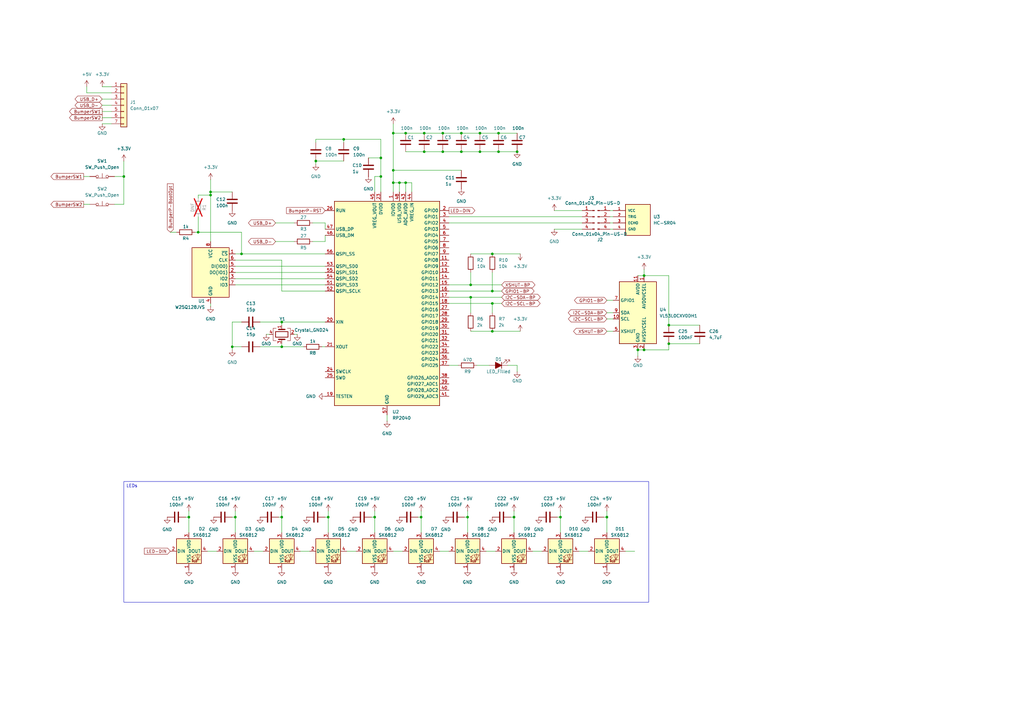
<source format=kicad_sch>
(kicad_sch
	(version 20231120)
	(generator "eeschema")
	(generator_version "8.0")
	(uuid "36d92946-971c-4240-b54e-9e2d07948ff2")
	(paper "A3")
	
	(junction
		(at 204.47 62.23)
		(diameter 0)
		(color 0 0 0 0)
		(uuid "0d5157b0-5cb3-4ad8-bc2d-e990c3a903ae")
	)
	(junction
		(at 191.77 212.09)
		(diameter 0)
		(color 0 0 0 0)
		(uuid "155b40e2-7fee-4cf7-8066-7beee158877a")
	)
	(junction
		(at 96.52 212.09)
		(diameter 0)
		(color 0 0 0 0)
		(uuid "18aad7ed-48d6-4edc-ada4-5c39c227acc6")
	)
	(junction
		(at 201.93 124.46)
		(diameter 0)
		(color 0 0 0 0)
		(uuid "237af565-1ad1-4128-8188-8dcb54148b3a")
	)
	(junction
		(at 99.06 104.14)
		(diameter 0)
		(color 0 0 0 0)
		(uuid "29c4d65c-c01a-4196-8257-65c957c671eb")
	)
	(junction
		(at 115.57 142.24)
		(diameter 0)
		(color 0 0 0 0)
		(uuid "2e24d5da-9d91-41a7-89ab-b485aeb05e8b")
	)
	(junction
		(at 210.82 212.09)
		(diameter 0)
		(color 0 0 0 0)
		(uuid "3452e02f-fea0-4633-bf76-565c5301ed5d")
	)
	(junction
		(at 189.23 54.61)
		(diameter 0)
		(color 0 0 0 0)
		(uuid "373e636b-3150-4359-90d5-42b1578ad063")
	)
	(junction
		(at 264.16 143.51)
		(diameter 0)
		(color 0 0 0 0)
		(uuid "457ea03b-8e32-45d1-b08b-1505e788b996")
	)
	(junction
		(at 134.62 212.09)
		(diameter 0)
		(color 0 0 0 0)
		(uuid "5099913d-0698-4ed2-8c3a-cbb53de597eb")
	)
	(junction
		(at 161.29 54.61)
		(diameter 0)
		(color 0 0 0 0)
		(uuid "5ec0ba31-19ea-4a50-a4da-90f72d98a8ef")
	)
	(junction
		(at 156.21 72.39)
		(diameter 0)
		(color 0 0 0 0)
		(uuid "60727940-518b-4ee4-adbe-1b1367911cb3")
	)
	(junction
		(at 81.28 95.25)
		(diameter 0)
		(color 0 0 0 0)
		(uuid "6470e56f-23d1-41cf-86fd-d536c9b501de")
	)
	(junction
		(at 173.99 54.61)
		(diameter 0)
		(color 0 0 0 0)
		(uuid "681d2666-eb46-4aa1-9a0c-0267eaf81693")
	)
	(junction
		(at 204.47 54.61)
		(diameter 0)
		(color 0 0 0 0)
		(uuid "69ed047b-4a4c-48b3-b2ab-ab7f94c777a1")
	)
	(junction
		(at 181.61 54.61)
		(diameter 0)
		(color 0 0 0 0)
		(uuid "6aaf50ab-21b7-49c6-9dde-fa9a1f58f806")
	)
	(junction
		(at 166.37 74.93)
		(diameter 0)
		(color 0 0 0 0)
		(uuid "6c380d06-547f-4f64-bf13-6b8851488454")
	)
	(junction
		(at 77.47 212.09)
		(diameter 0)
		(color 0 0 0 0)
		(uuid "6cef376d-d80d-4368-8fc1-cf5f05c1467f")
	)
	(junction
		(at 248.92 212.09)
		(diameter 0)
		(color 0 0 0 0)
		(uuid "70f665c3-30fa-411a-98fe-977c3c839312")
	)
	(junction
		(at 153.67 212.09)
		(diameter 0)
		(color 0 0 0 0)
		(uuid "72628340-bb8e-42da-8f46-5b7a11d1636f")
	)
	(junction
		(at 196.85 62.23)
		(diameter 0)
		(color 0 0 0 0)
		(uuid "74b2f249-6715-4bbb-b3ef-4bb0a52b2e25")
	)
	(junction
		(at 201.93 104.14)
		(diameter 0)
		(color 0 0 0 0)
		(uuid "7f3c468a-6808-462d-aeb2-284e47eb9ccf")
	)
	(junction
		(at 181.61 62.23)
		(diameter 0)
		(color 0 0 0 0)
		(uuid "804302c3-abbd-4e6e-a907-0d5fdaa437cf")
	)
	(junction
		(at 140.97 57.15)
		(diameter 0)
		(color 0 0 0 0)
		(uuid "86df0b20-c4e8-4c22-8a39-e4aa7197bf69")
	)
	(junction
		(at 115.57 132.08)
		(diameter 0)
		(color 0 0 0 0)
		(uuid "990c2c26-5523-437f-b4dc-6e934dda55da")
	)
	(junction
		(at 86.36 78.74)
		(diameter 0)
		(color 0 0 0 0)
		(uuid "99180c36-f9aa-449e-8cdc-c72acab0bdb2")
	)
	(junction
		(at 163.83 74.93)
		(diameter 0)
		(color 0 0 0 0)
		(uuid "9dc5926c-16d3-44d2-adfb-4985271da647")
	)
	(junction
		(at 161.29 69.85)
		(diameter 0)
		(color 0 0 0 0)
		(uuid "a198580f-94fa-4b61-a67c-77f0265129fa")
	)
	(junction
		(at 201.93 135.89)
		(diameter 0)
		(color 0 0 0 0)
		(uuid "a7bccdfb-f5d5-44c3-86a2-6114dbee4ab9")
	)
	(junction
		(at 193.04 121.92)
		(diameter 0)
		(color 0 0 0 0)
		(uuid "a84a6c11-af81-4707-bfae-797a21513b9b")
	)
	(junction
		(at 166.37 54.61)
		(diameter 0)
		(color 0 0 0 0)
		(uuid "aa79f17b-bede-49e3-8d07-3496baa39550")
	)
	(junction
		(at 193.04 116.84)
		(diameter 0)
		(color 0 0 0 0)
		(uuid "b0894164-40d4-4f02-8e18-4b5b9455b8d2")
	)
	(junction
		(at 274.32 133.35)
		(diameter 0)
		(color 0 0 0 0)
		(uuid "b12b0b7f-8386-48c5-a07e-e87f451a2a43")
	)
	(junction
		(at 212.09 62.23)
		(diameter 0)
		(color 0 0 0 0)
		(uuid "b2c1347b-0b43-41cb-b38e-11d97955289f")
	)
	(junction
		(at 50.8 72.39)
		(diameter 0)
		(color 0 0 0 0)
		(uuid "b3aa5f87-cfd9-436d-af32-ac0cf9705319")
	)
	(junction
		(at 95.25 142.24)
		(diameter 0)
		(color 0 0 0 0)
		(uuid "c55bb032-2f5a-4647-a91e-97618ae3349b")
	)
	(junction
		(at 156.21 64.77)
		(diameter 0)
		(color 0 0 0 0)
		(uuid "cd425256-cc0d-4ee4-af73-f5b9fb1e4400")
	)
	(junction
		(at 129.54 66.04)
		(diameter 0)
		(color 0 0 0 0)
		(uuid "ce0295f1-aaed-4565-896f-64b71e41c603")
	)
	(junction
		(at 173.99 62.23)
		(diameter 0)
		(color 0 0 0 0)
		(uuid "ceacc698-2d3a-4557-91f7-45f5050ee423")
	)
	(junction
		(at 172.72 212.09)
		(diameter 0)
		(color 0 0 0 0)
		(uuid "d2c6e9bc-9f02-4731-915a-e64b34a08eb9")
	)
	(junction
		(at 161.29 74.93)
		(diameter 0)
		(color 0 0 0 0)
		(uuid "d2dacbbd-5608-4ca7-8388-243f259d6356")
	)
	(junction
		(at 196.85 54.61)
		(diameter 0)
		(color 0 0 0 0)
		(uuid "dc55563a-ad27-42aa-86a0-2b25bb23a3f0")
	)
	(junction
		(at 264.16 113.03)
		(diameter 0)
		(color 0 0 0 0)
		(uuid "de8a77b6-20fd-47f6-b4c7-c0a4cacef1e9")
	)
	(junction
		(at 115.57 212.09)
		(diameter 0)
		(color 0 0 0 0)
		(uuid "e5a06619-4bd2-443f-b991-0444b334153d")
	)
	(junction
		(at 261.62 143.51)
		(diameter 0)
		(color 0 0 0 0)
		(uuid "e864929b-dd44-45c3-a978-3a99dc30dc9c")
	)
	(junction
		(at 86.36 80.01)
		(diameter 0)
		(color 0 0 0 0)
		(uuid "ed185471-acf8-4713-bacc-aef90463ee10")
	)
	(junction
		(at 189.23 62.23)
		(diameter 0)
		(color 0 0 0 0)
		(uuid "ee6af4b8-3260-41bb-830a-2eaf1613c88b")
	)
	(junction
		(at 201.93 119.38)
		(diameter 0)
		(color 0 0 0 0)
		(uuid "f348b6f8-45ca-4edc-9410-d7bcfd7dbbac")
	)
	(junction
		(at 229.87 212.09)
		(diameter 0)
		(color 0 0 0 0)
		(uuid "f671bddb-f956-4c32-ab24-c19f7aaae103")
	)
	(junction
		(at 274.32 140.97)
		(diameter 0)
		(color 0 0 0 0)
		(uuid "f7b5a3fc-01f5-4cfa-95b1-c0d8a58aac05")
	)
	(wire
		(pts
			(xy 161.29 69.85) (xy 189.23 69.85)
		)
		(stroke
			(width 0)
			(type default)
		)
		(uuid "006c65e9-48a4-47fb-ae88-bd36c6584eb7")
	)
	(wire
		(pts
			(xy 115.57 212.09) (xy 115.57 218.44)
		)
		(stroke
			(width 0)
			(type default)
		)
		(uuid "00788610-013f-42f8-ae42-f9588e2edeb0")
	)
	(wire
		(pts
			(xy 204.47 54.61) (xy 212.09 54.61)
		)
		(stroke
			(width 0)
			(type default)
		)
		(uuid "0144ea31-2344-4776-8423-34c41755d55f")
	)
	(wire
		(pts
			(xy 250.19 88.9) (xy 251.46 88.9)
		)
		(stroke
			(width 0)
			(type default)
		)
		(uuid "017c2053-2589-409e-91ce-33031fd8d271")
	)
	(wire
		(pts
			(xy 104.14 226.06) (xy 107.95 226.06)
		)
		(stroke
			(width 0)
			(type default)
		)
		(uuid "02b92b2d-93f2-4e63-8782-2905763fb33f")
	)
	(wire
		(pts
			(xy 204.47 62.23) (xy 212.09 62.23)
		)
		(stroke
			(width 0)
			(type default)
		)
		(uuid "02e61c8f-aa99-4708-92c1-b3e46c62be8d")
	)
	(wire
		(pts
			(xy 123.19 226.06) (xy 127 226.06)
		)
		(stroke
			(width 0)
			(type default)
		)
		(uuid "03fee13d-5e61-4163-9235-31c85ab3587f")
	)
	(wire
		(pts
			(xy 35.56 35.56) (xy 35.56 38.1)
		)
		(stroke
			(width 0)
			(type default)
		)
		(uuid "047b1099-107c-4177-ad03-ff56a8394852")
	)
	(wire
		(pts
			(xy 106.68 132.08) (xy 115.57 132.08)
		)
		(stroke
			(width 0)
			(type default)
		)
		(uuid "086ce7cb-a868-4e99-a13c-1b3cefceca5e")
	)
	(wire
		(pts
			(xy 184.15 88.9) (xy 238.76 88.9)
		)
		(stroke
			(width 0)
			(type default)
		)
		(uuid "0e9c89f8-fe1b-4f50-ba32-7db48e5190d5")
	)
	(wire
		(pts
			(xy 99.06 104.14) (xy 133.35 104.14)
		)
		(stroke
			(width 0)
			(type default)
		)
		(uuid "0ec87c70-6a0a-4c23-8e11-daf75513eb1b")
	)
	(wire
		(pts
			(xy 250.19 91.44) (xy 251.46 91.44)
		)
		(stroke
			(width 0)
			(type default)
		)
		(uuid "0fd488ef-2e4a-42c1-a3e8-c0741c3a18aa")
	)
	(wire
		(pts
			(xy 114.3 212.09) (xy 115.57 212.09)
		)
		(stroke
			(width 0)
			(type default)
		)
		(uuid "100af7de-26b2-4b35-a7c9-c41089514002")
	)
	(wire
		(pts
			(xy 96.52 209.55) (xy 96.52 212.09)
		)
		(stroke
			(width 0)
			(type default)
		)
		(uuid "15266eec-32a5-4f54-a511-548475134b76")
	)
	(wire
		(pts
			(xy 201.93 124.46) (xy 201.93 128.27)
		)
		(stroke
			(width 0)
			(type default)
		)
		(uuid "154d665e-c77c-47f3-bb91-ba3769e04478")
	)
	(wire
		(pts
			(xy 77.47 212.09) (xy 77.47 218.44)
		)
		(stroke
			(width 0)
			(type default)
		)
		(uuid "1722e972-d0de-4b99-936a-6573a3489d3c")
	)
	(wire
		(pts
			(xy 201.93 124.46) (xy 205.74 124.46)
		)
		(stroke
			(width 0)
			(type default)
		)
		(uuid "18299a4d-0b1c-446b-b1a3-d9a1a5c381f4")
	)
	(wire
		(pts
			(xy 109.22 137.16) (xy 110.49 137.16)
		)
		(stroke
			(width 0)
			(type default)
		)
		(uuid "19773223-4951-4c92-92ba-52f4bd00da93")
	)
	(wire
		(pts
			(xy 173.99 54.61) (xy 181.61 54.61)
		)
		(stroke
			(width 0)
			(type default)
		)
		(uuid "19bb7c13-8e0d-415b-b4b2-58c80dc6576a")
	)
	(wire
		(pts
			(xy 166.37 78.74) (xy 166.37 74.93)
		)
		(stroke
			(width 0)
			(type default)
		)
		(uuid "1a1a4731-3648-47ee-842b-64a0e04d7311")
	)
	(wire
		(pts
			(xy 153.67 78.74) (xy 153.67 72.39)
		)
		(stroke
			(width 0)
			(type default)
		)
		(uuid "207741e0-0953-4758-99c5-d4bb11402eaf")
	)
	(wire
		(pts
			(xy 115.57 142.24) (xy 115.57 140.97)
		)
		(stroke
			(width 0)
			(type default)
		)
		(uuid "2198fd4f-b1a7-4fd0-a367-b4f30aa73404")
	)
	(wire
		(pts
			(xy 86.36 125.73) (xy 86.36 124.46)
		)
		(stroke
			(width 0)
			(type default)
		)
		(uuid "27808888-435d-4644-b99a-ade865445cb7")
	)
	(wire
		(pts
			(xy 166.37 54.61) (xy 173.99 54.61)
		)
		(stroke
			(width 0)
			(type default)
		)
		(uuid "27ef3c19-8a05-4a62-a755-932aba3d8b32")
	)
	(wire
		(pts
			(xy 69.85 95.25) (xy 72.39 95.25)
		)
		(stroke
			(width 0)
			(type default)
		)
		(uuid "2884f078-da95-4517-a8cf-60e31a929475")
	)
	(wire
		(pts
			(xy 193.04 135.89) (xy 201.93 135.89)
		)
		(stroke
			(width 0)
			(type default)
		)
		(uuid "299b1ab7-03d3-4eac-a340-d6b76c6c01b5")
	)
	(wire
		(pts
			(xy 50.8 66.04) (xy 50.8 72.39)
		)
		(stroke
			(width 0)
			(type default)
		)
		(uuid "2aa694ca-dd9d-4563-bdeb-e9b7da47e8d7")
	)
	(wire
		(pts
			(xy 193.04 116.84) (xy 205.74 116.84)
		)
		(stroke
			(width 0)
			(type default)
		)
		(uuid "3115a284-9fbc-47d0-b318-f06e9da117e2")
	)
	(wire
		(pts
			(xy 156.21 64.77) (xy 156.21 72.39)
		)
		(stroke
			(width 0)
			(type default)
		)
		(uuid "3359c808-629a-4b5d-b114-bc08342fe9ac")
	)
	(wire
		(pts
			(xy 35.56 38.1) (xy 45.72 38.1)
		)
		(stroke
			(width 0)
			(type default)
		)
		(uuid "3438e434-5c14-42ea-8433-fbfa46ae32c6")
	)
	(wire
		(pts
			(xy 196.85 54.61) (xy 204.47 54.61)
		)
		(stroke
			(width 0)
			(type default)
		)
		(uuid "3569e052-3f56-4523-af89-af34ea750ca6")
	)
	(wire
		(pts
			(xy 172.72 212.09) (xy 172.72 218.44)
		)
		(stroke
			(width 0)
			(type default)
		)
		(uuid "3575c365-085b-479e-8375-6b2baf78fbcd")
	)
	(wire
		(pts
			(xy 201.93 135.89) (xy 213.36 135.89)
		)
		(stroke
			(width 0)
			(type default)
		)
		(uuid "35c9b20a-560b-467d-b311-b616e146ade0")
	)
	(wire
		(pts
			(xy 41.91 48.26) (xy 45.72 48.26)
		)
		(stroke
			(width 0)
			(type default)
		)
		(uuid "384d9d26-054e-400f-b0de-ee6f9ecf9209")
	)
	(wire
		(pts
			(xy 115.57 209.55) (xy 115.57 212.09)
		)
		(stroke
			(width 0)
			(type default)
		)
		(uuid "3ba9fa01-f76d-4afc-81c7-012d3bec282e")
	)
	(wire
		(pts
			(xy 133.35 91.44) (xy 128.27 91.44)
		)
		(stroke
			(width 0)
			(type default)
		)
		(uuid "3d74043e-c32d-4181-aad3-c14074ff367f")
	)
	(wire
		(pts
			(xy 96.52 111.76) (xy 133.35 111.76)
		)
		(stroke
			(width 0)
			(type default)
		)
		(uuid "40525853-1ab7-4554-8abf-e5993e0cebb3")
	)
	(wire
		(pts
			(xy 41.91 40.64) (xy 45.72 40.64)
		)
		(stroke
			(width 0)
			(type default)
		)
		(uuid "42fab027-8b2b-4557-9e61-d261c9b861a9")
	)
	(wire
		(pts
			(xy 274.32 133.35) (xy 274.32 113.03)
		)
		(stroke
			(width 0)
			(type default)
		)
		(uuid "4453fddb-8d4e-49fd-bc1e-f663360e0b8d")
	)
	(wire
		(pts
			(xy 163.83 78.74) (xy 163.83 74.93)
		)
		(stroke
			(width 0)
			(type default)
		)
		(uuid "4497a75b-c46c-42d1-8139-9e64d11759aa")
	)
	(wire
		(pts
			(xy 187.96 149.86) (xy 184.15 149.86)
		)
		(stroke
			(width 0)
			(type default)
		)
		(uuid "464f5d48-cf77-41ed-993e-0e3ace194a70")
	)
	(wire
		(pts
			(xy 134.62 212.09) (xy 134.62 218.44)
		)
		(stroke
			(width 0)
			(type default)
		)
		(uuid "46ad53c0-3ba2-4e53-82c4-e0b64524f5f5")
	)
	(wire
		(pts
			(xy 81.28 95.25) (xy 99.06 95.25)
		)
		(stroke
			(width 0)
			(type default)
		)
		(uuid "4bbf4983-4c40-44f3-8f08-2e2efac56839")
	)
	(wire
		(pts
			(xy 99.06 104.14) (xy 99.06 95.25)
		)
		(stroke
			(width 0)
			(type default)
		)
		(uuid "5078490b-0577-4b74-a828-81b760a746fc")
	)
	(wire
		(pts
			(xy 189.23 54.61) (xy 196.85 54.61)
		)
		(stroke
			(width 0)
			(type default)
		)
		(uuid "510249d0-9e21-4ef1-a857-f29b4e782415")
	)
	(wire
		(pts
			(xy 96.52 106.68) (xy 115.57 106.68)
		)
		(stroke
			(width 0)
			(type default)
		)
		(uuid "51675858-6feb-4d1c-99f7-5e73af2384e2")
	)
	(wire
		(pts
			(xy 191.77 212.09) (xy 191.77 218.44)
		)
		(stroke
			(width 0)
			(type default)
		)
		(uuid "529dd28c-e77a-4a98-ab52-78c3096e9657")
	)
	(wire
		(pts
			(xy 156.21 57.15) (xy 156.21 64.77)
		)
		(stroke
			(width 0)
			(type default)
		)
		(uuid "53b4fe10-c073-4b83-a557-38a4248a55c6")
	)
	(wire
		(pts
			(xy 201.93 111.76) (xy 201.93 119.38)
		)
		(stroke
			(width 0)
			(type default)
		)
		(uuid "5683316b-1ecf-4aec-9e0e-3ed576561288")
	)
	(wire
		(pts
			(xy 133.35 212.09) (xy 134.62 212.09)
		)
		(stroke
			(width 0)
			(type default)
		)
		(uuid "576918c6-635a-46fe-97d6-4b0927021424")
	)
	(wire
		(pts
			(xy 212.09 149.86) (xy 208.28 149.86)
		)
		(stroke
			(width 0)
			(type default)
		)
		(uuid "586c083f-0aa8-4eb7-9a95-02a4242dffd3")
	)
	(wire
		(pts
			(xy 248.92 209.55) (xy 248.92 212.09)
		)
		(stroke
			(width 0)
			(type default)
		)
		(uuid "588394fe-4eea-4add-981a-de2b087f6971")
	)
	(wire
		(pts
			(xy 86.36 80.01) (xy 86.36 99.06)
		)
		(stroke
			(width 0)
			(type default)
		)
		(uuid "5b8f24b4-2bd8-4bb0-ab3d-a995fe395946")
	)
	(wire
		(pts
			(xy 201.93 104.14) (xy 213.36 104.14)
		)
		(stroke
			(width 0)
			(type default)
		)
		(uuid "613c430e-c4d3-4b60-940f-58c8521b0652")
	)
	(wire
		(pts
			(xy 261.62 143.51) (xy 264.16 143.51)
		)
		(stroke
			(width 0)
			(type default)
		)
		(uuid "63260bef-1ab0-4854-887a-6bca7ffddca6")
	)
	(wire
		(pts
			(xy 250.19 86.36) (xy 251.46 86.36)
		)
		(stroke
			(width 0)
			(type default)
		)
		(uuid "63d8351f-9380-4276-9206-44a5272eb72f")
	)
	(wire
		(pts
			(xy 41.91 45.72) (xy 45.72 45.72)
		)
		(stroke
			(width 0)
			(type default)
		)
		(uuid "640c726f-469f-45b9-96c7-c978508e1f00")
	)
	(wire
		(pts
			(xy 34.29 72.39) (xy 36.83 72.39)
		)
		(stroke
			(width 0)
			(type default)
		)
		(uuid "67d2ad9d-7f5f-45ca-b287-6ffa709712ed")
	)
	(wire
		(pts
			(xy 184.15 91.44) (xy 238.76 91.44)
		)
		(stroke
			(width 0)
			(type default)
		)
		(uuid "686cdad2-10bf-42e7-a6f4-ec2b5e00f679")
	)
	(wire
		(pts
			(xy 142.24 226.06) (xy 146.05 226.06)
		)
		(stroke
			(width 0)
			(type default)
		)
		(uuid "6871fa9e-5580-4d10-96cc-3b50778465a7")
	)
	(wire
		(pts
			(xy 184.15 119.38) (xy 201.93 119.38)
		)
		(stroke
			(width 0)
			(type default)
		)
		(uuid "6889a132-0b1e-4e8a-8ec0-3207c93ae6f2")
	)
	(wire
		(pts
			(xy 195.58 149.86) (xy 200.66 149.86)
		)
		(stroke
			(width 0)
			(type default)
		)
		(uuid "6999fd3a-c546-4f13-a05f-1e2f26e33b76")
	)
	(wire
		(pts
			(xy 140.97 57.15) (xy 156.21 57.15)
		)
		(stroke
			(width 0)
			(type default)
		)
		(uuid "69f649ad-ba5d-4167-ade6-a94bb9ef2ae1")
	)
	(wire
		(pts
			(xy 261.62 143.51) (xy 261.62 146.05)
		)
		(stroke
			(width 0)
			(type default)
		)
		(uuid "70cb56cf-8d3d-4527-bcc1-2e307aa93228")
	)
	(wire
		(pts
			(xy 237.49 226.06) (xy 241.3 226.06)
		)
		(stroke
			(width 0)
			(type default)
		)
		(uuid "70e29546-7d05-4bb2-9740-cba8b817b92a")
	)
	(wire
		(pts
			(xy 50.8 72.39) (xy 46.99 72.39)
		)
		(stroke
			(width 0)
			(type default)
		)
		(uuid "73ed47a9-fef5-47af-9e5b-2e3ae78f476c")
	)
	(wire
		(pts
			(xy 168.91 74.93) (xy 166.37 74.93)
		)
		(stroke
			(width 0)
			(type default)
		)
		(uuid "742acf69-a77d-4140-9bd1-1b38a11e2905")
	)
	(wire
		(pts
			(xy 166.37 74.93) (xy 163.83 74.93)
		)
		(stroke
			(width 0)
			(type default)
		)
		(uuid "75307549-ce41-4da7-a77f-1561ae996651")
	)
	(wire
		(pts
			(xy 228.6 212.09) (xy 229.87 212.09)
		)
		(stroke
			(width 0)
			(type default)
		)
		(uuid "766ed0a6-b0b6-4b5a-86f1-c4ca44f0e08b")
	)
	(wire
		(pts
			(xy 161.29 69.85) (xy 161.29 74.93)
		)
		(stroke
			(width 0)
			(type default)
		)
		(uuid "77d2b16a-4dac-475e-b18b-8c406cf45969")
	)
	(wire
		(pts
			(xy 50.8 83.82) (xy 46.99 83.82)
		)
		(stroke
			(width 0)
			(type default)
		)
		(uuid "77dcae48-e698-4f96-8562-73ae74c5b2e4")
	)
	(wire
		(pts
			(xy 181.61 54.61) (xy 189.23 54.61)
		)
		(stroke
			(width 0)
			(type default)
		)
		(uuid "7c30d304-39fe-435e-b421-3f1dad53b86f")
	)
	(wire
		(pts
			(xy 106.68 142.24) (xy 115.57 142.24)
		)
		(stroke
			(width 0)
			(type default)
		)
		(uuid "7e3b124b-df48-4bb2-95bd-ba5ca12d5865")
	)
	(wire
		(pts
			(xy 201.93 119.38) (xy 205.74 119.38)
		)
		(stroke
			(width 0)
			(type default)
		)
		(uuid "82492019-fcf7-4c42-b10e-e7da87a8f68d")
	)
	(wire
		(pts
			(xy 95.25 142.24) (xy 95.25 143.51)
		)
		(stroke
			(width 0)
			(type default)
		)
		(uuid "83bfbbb5-9d82-4364-9e9a-ff350b948d98")
	)
	(wire
		(pts
			(xy 247.65 212.09) (xy 248.92 212.09)
		)
		(stroke
			(width 0)
			(type default)
		)
		(uuid "8486a921-129e-47a3-bf70-27c7ffc410d7")
	)
	(wire
		(pts
			(xy 274.32 143.51) (xy 274.32 140.97)
		)
		(stroke
			(width 0)
			(type default)
		)
		(uuid "866db786-c253-4190-928c-8554d6de4494")
	)
	(wire
		(pts
			(xy 128.27 99.06) (xy 133.35 99.06)
		)
		(stroke
			(width 0)
			(type default)
		)
		(uuid "86bd57ce-b08f-4e25-8102-c26e7d71b8dc")
	)
	(wire
		(pts
			(xy 248.92 130.81) (xy 251.46 130.81)
		)
		(stroke
			(width 0)
			(type default)
		)
		(uuid "8a646f47-cfde-4432-90fa-665c7d1b3216")
	)
	(wire
		(pts
			(xy 212.09 152.4) (xy 212.09 149.86)
		)
		(stroke
			(width 0)
			(type default)
		)
		(uuid "8c821447-0b7e-45e2-a79c-b7c71849f7d0")
	)
	(wire
		(pts
			(xy 210.82 212.09) (xy 210.82 218.44)
		)
		(stroke
			(width 0)
			(type default)
		)
		(uuid "8dcaa11c-e67d-4c2a-901a-2e7c33307007")
	)
	(wire
		(pts
			(xy 152.4 212.09) (xy 153.67 212.09)
		)
		(stroke
			(width 0)
			(type default)
		)
		(uuid "91975361-7dd8-426e-987e-9e52e39bac3a")
	)
	(wire
		(pts
			(xy 95.25 142.24) (xy 99.06 142.24)
		)
		(stroke
			(width 0)
			(type default)
		)
		(uuid "9563aaa0-d21f-4670-8e8e-e0e6953e8db3")
	)
	(wire
		(pts
			(xy 227.33 93.98) (xy 238.76 93.98)
		)
		(stroke
			(width 0)
			(type default)
		)
		(uuid "958c849c-7f29-4250-9f3a-06ac65f80462")
	)
	(wire
		(pts
			(xy 274.32 133.35) (xy 287.02 133.35)
		)
		(stroke
			(width 0)
			(type default)
		)
		(uuid "9833f083-4ccc-4efd-bb73-115fa1a56d92")
	)
	(wire
		(pts
			(xy 261.62 113.03) (xy 264.16 113.03)
		)
		(stroke
			(width 0)
			(type default)
		)
		(uuid "98b577a4-bc9a-4244-8681-75c99a597bf8")
	)
	(wire
		(pts
			(xy 229.87 209.55) (xy 229.87 212.09)
		)
		(stroke
			(width 0)
			(type default)
		)
		(uuid "9ce61868-5e16-4e04-b16d-7c1b003b66cb")
	)
	(wire
		(pts
			(xy 95.25 212.09) (xy 96.52 212.09)
		)
		(stroke
			(width 0)
			(type default)
		)
		(uuid "9d617314-a713-467b-b593-bc9503dfac75")
	)
	(wire
		(pts
			(xy 168.91 78.74) (xy 168.91 74.93)
		)
		(stroke
			(width 0)
			(type default)
		)
		(uuid "9e12b026-434b-40a3-8d64-b4f2a5883c65")
	)
	(wire
		(pts
			(xy 50.8 72.39) (xy 50.8 83.82)
		)
		(stroke
			(width 0)
			(type default)
		)
		(uuid "9eb02b81-ab04-4f60-b510-823dc22af710")
	)
	(wire
		(pts
			(xy 248.92 128.27) (xy 251.46 128.27)
		)
		(stroke
			(width 0)
			(type default)
		)
		(uuid "9f316a7b-2acf-409a-8e31-bf51afb11aa8")
	)
	(wire
		(pts
			(xy 193.04 104.14) (xy 201.93 104.14)
		)
		(stroke
			(width 0)
			(type default)
		)
		(uuid "a099248b-1180-4942-b38a-726a54bbaff7")
	)
	(wire
		(pts
			(xy 196.85 62.23) (xy 204.47 62.23)
		)
		(stroke
			(width 0)
			(type default)
		)
		(uuid "a124f802-e26b-4868-b679-c7aea208db30")
	)
	(wire
		(pts
			(xy 81.28 88.9) (xy 81.28 95.25)
		)
		(stroke
			(width 0)
			(type default)
		)
		(uuid "a2827451-6465-4106-b1af-17e4097e3c9a")
	)
	(wire
		(pts
			(xy 96.52 212.09) (xy 96.52 218.44)
		)
		(stroke
			(width 0)
			(type default)
		)
		(uuid "a2aaba8c-4589-44b6-b1a0-db075dcb0298")
	)
	(wire
		(pts
			(xy 86.36 78.74) (xy 86.36 80.01)
		)
		(stroke
			(width 0)
			(type default)
		)
		(uuid "a5d3b577-6bd0-49ab-9b83-21ab1e57581b")
	)
	(wire
		(pts
			(xy 166.37 62.23) (xy 173.99 62.23)
		)
		(stroke
			(width 0)
			(type default)
		)
		(uuid "a5eabeac-88c7-462b-9887-462c485574c5")
	)
	(wire
		(pts
			(xy 86.36 73.66) (xy 86.36 78.74)
		)
		(stroke
			(width 0)
			(type default)
		)
		(uuid "aa9046c9-b7ff-4613-8690-cdc102988009")
	)
	(wire
		(pts
			(xy 115.57 119.38) (xy 115.57 106.68)
		)
		(stroke
			(width 0)
			(type default)
		)
		(uuid "ac047cd3-a4ef-4fbb-b81a-d83ac8f54d7d")
	)
	(wire
		(pts
			(xy 248.92 123.19) (xy 251.46 123.19)
		)
		(stroke
			(width 0)
			(type default)
		)
		(uuid "ac8d0c62-8da3-4fb0-92d7-8610e42ba7c6")
	)
	(wire
		(pts
			(xy 158.75 172.72) (xy 158.75 170.18)
		)
		(stroke
			(width 0)
			(type default)
		)
		(uuid "acc33ea8-9692-4af3-91f1-f7366a2b30eb")
	)
	(wire
		(pts
			(xy 274.32 113.03) (xy 264.16 113.03)
		)
		(stroke
			(width 0)
			(type default)
		)
		(uuid "acf1ce95-72b8-4d0a-aa3e-2eb846be685d")
	)
	(wire
		(pts
			(xy 264.16 143.51) (xy 274.32 143.51)
		)
		(stroke
			(width 0)
			(type default)
		)
		(uuid "adbb2b34-0a94-47fd-9050-e382d3bb7fe5")
	)
	(wire
		(pts
			(xy 191.77 209.55) (xy 191.77 212.09)
		)
		(stroke
			(width 0)
			(type default)
		)
		(uuid "b0e7eb81-bb46-401a-b52a-ccc98df7cdca")
	)
	(wire
		(pts
			(xy 161.29 54.61) (xy 166.37 54.61)
		)
		(stroke
			(width 0)
			(type default)
		)
		(uuid "b1122667-bacb-435b-8597-e6768d64e6d3")
	)
	(wire
		(pts
			(xy 96.52 109.22) (xy 133.35 109.22)
		)
		(stroke
			(width 0)
			(type default)
		)
		(uuid "b2bb1d54-2bec-4fc3-b1f1-0b321cdab2c7")
	)
	(wire
		(pts
			(xy 132.08 142.24) (xy 133.35 142.24)
		)
		(stroke
			(width 0)
			(type default)
		)
		(uuid "b371af03-f8fc-482d-b4b1-6fcbda88d788")
	)
	(wire
		(pts
			(xy 140.97 57.15) (xy 140.97 58.42)
		)
		(stroke
			(width 0)
			(type default)
		)
		(uuid "b372e7eb-01c8-4454-8e06-bb4ca405bfb7")
	)
	(wire
		(pts
			(xy 180.34 226.06) (xy 184.15 226.06)
		)
		(stroke
			(width 0)
			(type default)
		)
		(uuid "b539b318-f6fe-450c-b621-1e60b1c2f7ef")
	)
	(wire
		(pts
			(xy 156.21 72.39) (xy 156.21 78.74)
		)
		(stroke
			(width 0)
			(type default)
		)
		(uuid "b61b2f24-9083-4eb8-b5d5-c854c61af8bd")
	)
	(wire
		(pts
			(xy 129.54 66.04) (xy 140.97 66.04)
		)
		(stroke
			(width 0)
			(type default)
		)
		(uuid "b62a4522-6f7f-4282-8ebf-02340f0c1337")
	)
	(wire
		(pts
			(xy 86.36 80.01) (xy 81.28 80.01)
		)
		(stroke
			(width 0)
			(type default)
		)
		(uuid "b871762f-f183-4320-a162-3d215087d368")
	)
	(wire
		(pts
			(xy 96.52 114.3) (xy 133.35 114.3)
		)
		(stroke
			(width 0)
			(type default)
		)
		(uuid "b914e84d-525b-4e7a-a591-7ec29055a1c1")
	)
	(wire
		(pts
			(xy 153.67 72.39) (xy 156.21 72.39)
		)
		(stroke
			(width 0)
			(type default)
		)
		(uuid "b9fa02ff-b326-4a1d-b9f4-a36c4144e109")
	)
	(wire
		(pts
			(xy 133.35 93.98) (xy 133.35 91.44)
		)
		(stroke
			(width 0)
			(type default)
		)
		(uuid "ba642e68-1768-4909-a79d-f20520e02cef")
	)
	(wire
		(pts
			(xy 129.54 66.04) (xy 129.54 67.31)
		)
		(stroke
			(width 0)
			(type default)
		)
		(uuid "badf2e00-6503-4eb4-a217-9543b7d6d530")
	)
	(wire
		(pts
			(xy 121.92 137.16) (xy 120.65 137.16)
		)
		(stroke
			(width 0)
			(type default)
		)
		(uuid "bb3359f5-864d-4be0-a43d-c987d2e4f2ff")
	)
	(wire
		(pts
			(xy 184.15 124.46) (xy 201.93 124.46)
		)
		(stroke
			(width 0)
			(type default)
		)
		(uuid "bba4a7f0-e25c-4928-a0be-dc8f4eedf09a")
	)
	(wire
		(pts
			(xy 274.32 140.97) (xy 287.02 140.97)
		)
		(stroke
			(width 0)
			(type default)
		)
		(uuid "bbe08d5c-be05-4f02-95d3-936a963107e4")
	)
	(wire
		(pts
			(xy 134.62 209.55) (xy 134.62 212.09)
		)
		(stroke
			(width 0)
			(type default)
		)
		(uuid "bc6c94ee-a73a-4e45-ab99-5cdae83306b7")
	)
	(wire
		(pts
			(xy 77.47 209.55) (xy 77.47 212.09)
		)
		(stroke
			(width 0)
			(type default)
		)
		(uuid "bcbd618f-6ba6-4270-af44-54a000ec86ff")
	)
	(wire
		(pts
			(xy 151.13 64.77) (xy 156.21 64.77)
		)
		(stroke
			(width 0)
			(type default)
		)
		(uuid "be04e285-a614-4ef6-ab86-4e13f385926a")
	)
	(wire
		(pts
			(xy 133.35 132.08) (xy 115.57 132.08)
		)
		(stroke
			(width 0)
			(type default)
		)
		(uuid "be83f4ed-1c3d-4c92-8946-4a2b95c07985")
	)
	(wire
		(pts
			(xy 41.91 43.18) (xy 45.72 43.18)
		)
		(stroke
			(width 0)
			(type default)
		)
		(uuid "bf43eebe-214e-474f-a129-5d5da9fbb4ee")
	)
	(wire
		(pts
			(xy 173.99 62.23) (xy 181.61 62.23)
		)
		(stroke
			(width 0)
			(type default)
		)
		(uuid "bfe9c652-febf-4c55-8d4b-abeb1cb86c53")
	)
	(wire
		(pts
			(xy 190.5 212.09) (xy 191.77 212.09)
		)
		(stroke
			(width 0)
			(type default)
		)
		(uuid "c4ef5511-2743-42dc-af1e-cbb7456e9f02")
	)
	(wire
		(pts
			(xy 153.67 212.09) (xy 153.67 218.44)
		)
		(stroke
			(width 0)
			(type default)
		)
		(uuid "c5cd9a8b-21f4-466f-b779-9ef94f4b0403")
	)
	(wire
		(pts
			(xy 171.45 212.09) (xy 172.72 212.09)
		)
		(stroke
			(width 0)
			(type default)
		)
		(uuid "c62df62c-4b21-4732-b717-1385d9f0a913")
	)
	(wire
		(pts
			(xy 161.29 226.06) (xy 165.1 226.06)
		)
		(stroke
			(width 0)
			(type default)
		)
		(uuid "c7772383-be91-4f53-9e9a-7359ed6a345c")
	)
	(wire
		(pts
			(xy 181.61 62.23) (xy 189.23 62.23)
		)
		(stroke
			(width 0)
			(type default)
		)
		(uuid "c7a3e86c-9a3c-4f26-8798-8bd658efa988")
	)
	(wire
		(pts
			(xy 161.29 50.8) (xy 161.29 54.61)
		)
		(stroke
			(width 0)
			(type default)
		)
		(uuid "c820865f-8ff4-42f7-b165-ceaaff69699f")
	)
	(wire
		(pts
			(xy 41.91 50.8) (xy 45.72 50.8)
		)
		(stroke
			(width 0)
			(type default)
		)
		(uuid "c8e35ea2-ec18-47fe-9cd5-f3c7814b0bd1")
	)
	(wire
		(pts
			(xy 161.29 74.93) (xy 161.29 78.74)
		)
		(stroke
			(width 0)
			(type default)
		)
		(uuid "c8e8a994-5e40-4e47-a8d0-5cf91c77c14b")
	)
	(wire
		(pts
			(xy 115.57 132.08) (xy 115.57 133.35)
		)
		(stroke
			(width 0)
			(type default)
		)
		(uuid "cc0e43d1-9101-4e98-8779-ab80b7227f74")
	)
	(wire
		(pts
			(xy 34.29 83.82) (xy 36.83 83.82)
		)
		(stroke
			(width 0)
			(type default)
		)
		(uuid "d0386019-630b-4158-88ab-b1839f38fa54")
	)
	(wire
		(pts
			(xy 193.04 111.76) (xy 193.04 116.84)
		)
		(stroke
			(width 0)
			(type default)
		)
		(uuid "d093b87b-bb8b-4d7d-8c4f-32d995eccacb")
	)
	(wire
		(pts
			(xy 124.46 142.24) (xy 115.57 142.24)
		)
		(stroke
			(width 0)
			(type default)
		)
		(uuid "d6a997ca-8d06-4ca3-9fc1-152bd15d043c")
	)
	(wire
		(pts
			(xy 99.06 104.14) (xy 96.52 104.14)
		)
		(stroke
			(width 0)
			(type default)
		)
		(uuid "d6e2a001-3fd0-4967-bc36-cdc0485b1602")
	)
	(wire
		(pts
			(xy 193.04 121.92) (xy 193.04 128.27)
		)
		(stroke
			(width 0)
			(type default)
		)
		(uuid "d92f3826-3925-4ecd-ac0b-7c45e455fd2f")
	)
	(wire
		(pts
			(xy 113.03 91.44) (xy 120.65 91.44)
		)
		(stroke
			(width 0)
			(type default)
		)
		(uuid "d9b30f9d-1511-40f4-b225-9a0f251fe6c5")
	)
	(wire
		(pts
			(xy 209.55 212.09) (xy 210.82 212.09)
		)
		(stroke
			(width 0)
			(type default)
		)
		(uuid "db2271e3-0973-407c-8dac-7504faad3153")
	)
	(wire
		(pts
			(xy 250.19 93.98) (xy 251.46 93.98)
		)
		(stroke
			(width 0)
			(type default)
		)
		(uuid "dbd5956a-7b89-4564-9c6f-f5b0cae332ac")
	)
	(wire
		(pts
			(xy 227.33 86.36) (xy 238.76 86.36)
		)
		(stroke
			(width 0)
			(type default)
		)
		(uuid "ddbe4e6a-b544-4837-8c6d-8a32c4cbd289")
	)
	(wire
		(pts
			(xy 41.91 35.56) (xy 45.72 35.56)
		)
		(stroke
			(width 0)
			(type default)
		)
		(uuid "ddcd1287-f273-434b-a79f-e848751c282d")
	)
	(wire
		(pts
			(xy 113.03 99.06) (xy 120.65 99.06)
		)
		(stroke
			(width 0)
			(type default)
		)
		(uuid "e418d8f6-e066-45ed-a3db-e3d8180f7292")
	)
	(wire
		(pts
			(xy 218.44 226.06) (xy 222.25 226.06)
		)
		(stroke
			(width 0)
			(type default)
		)
		(uuid "e4c78f24-d8c2-4504-96bf-919c3d8974e8")
	)
	(wire
		(pts
			(xy 99.06 132.08) (xy 95.25 132.08)
		)
		(stroke
			(width 0)
			(type default)
		)
		(uuid "e51e1e38-d96d-4224-ba02-1761aa9b907d")
	)
	(wire
		(pts
			(xy 76.2 212.09) (xy 77.47 212.09)
		)
		(stroke
			(width 0)
			(type default)
		)
		(uuid "e64528f0-36d2-459e-908b-bf079e207ffe")
	)
	(wire
		(pts
			(xy 80.01 95.25) (xy 81.28 95.25)
		)
		(stroke
			(width 0)
			(type default)
		)
		(uuid "e6d8ddba-2c2d-41d6-b033-ac0d00dc485c")
	)
	(wire
		(pts
			(xy 210.82 209.55) (xy 210.82 212.09)
		)
		(stroke
			(width 0)
			(type default)
		)
		(uuid "e77bec3c-62ea-4620-9abd-e71801264114")
	)
	(wire
		(pts
			(xy 199.39 226.06) (xy 203.2 226.06)
		)
		(stroke
			(width 0)
			(type default)
		)
		(uuid "e84e1e87-993b-483f-9ccd-089e2ba8319c")
	)
	(wire
		(pts
			(xy 248.92 212.09) (xy 248.92 218.44)
		)
		(stroke
			(width 0)
			(type default)
		)
		(uuid "e9d4f3db-232a-4a55-b94d-ee53c8039c20")
	)
	(wire
		(pts
			(xy 161.29 54.61) (xy 161.29 69.85)
		)
		(stroke
			(width 0)
			(type default)
		)
		(uuid "ec2e3479-c6f0-40e1-937c-e9812bce9cac")
	)
	(wire
		(pts
			(xy 86.36 78.74) (xy 95.25 78.74)
		)
		(stroke
			(width 0)
			(type default)
		)
		(uuid "ecb2e403-2b98-49bc-add7-803f09e4bc30")
	)
	(wire
		(pts
			(xy 189.23 62.23) (xy 196.85 62.23)
		)
		(stroke
			(width 0)
			(type default)
		)
		(uuid "ed326a39-75f6-40b0-a87d-8de9dbc0fa7d")
	)
	(wire
		(pts
			(xy 184.15 116.84) (xy 193.04 116.84)
		)
		(stroke
			(width 0)
			(type default)
		)
		(uuid "ee598c4f-bc78-4ee0-a987-86879c98b848")
	)
	(wire
		(pts
			(xy 85.09 226.06) (xy 88.9 226.06)
		)
		(stroke
			(width 0)
			(type default)
		)
		(uuid "ee9d1b7a-3fc2-47fd-9fce-1e002bc6e163")
	)
	(wire
		(pts
			(xy 256.54 226.06) (xy 260.35 226.06)
		)
		(stroke
			(width 0)
			(type default)
		)
		(uuid "eeab51ad-9198-4b7e-8596-baffac7b6458")
	)
	(wire
		(pts
			(xy 133.35 119.38) (xy 115.57 119.38)
		)
		(stroke
			(width 0)
			(type default)
		)
		(uuid "ef0e994a-4346-4df6-a7e3-9fc60fccc859")
	)
	(wire
		(pts
			(xy 248.92 135.89) (xy 251.46 135.89)
		)
		(stroke
			(width 0)
			(type default)
		)
		(uuid "f2315543-10d6-479e-9f0a-3974fd78e27d")
	)
	(wire
		(pts
			(xy 96.52 116.84) (xy 133.35 116.84)
		)
		(stroke
			(width 0)
			(type default)
		)
		(uuid "f58cfa66-3281-423d-87e3-08bf1bca232c")
	)
	(wire
		(pts
			(xy 163.83 74.93) (xy 161.29 74.93)
		)
		(stroke
			(width 0)
			(type default)
		)
		(uuid "f637c739-4125-4717-9efb-94875a8f3603")
	)
	(wire
		(pts
			(xy 129.54 57.15) (xy 140.97 57.15)
		)
		(stroke
			(width 0)
			(type default)
		)
		(uuid "f65a921f-6999-4fd4-bdd1-0a8c602a5cdd")
	)
	(wire
		(pts
			(xy 95.25 132.08) (xy 95.25 142.24)
		)
		(stroke
			(width 0)
			(type default)
		)
		(uuid "f69deef4-0af6-41b8-9643-2b342036b756")
	)
	(wire
		(pts
			(xy 172.72 209.55) (xy 172.72 212.09)
		)
		(stroke
			(width 0)
			(type default)
		)
		(uuid "f7ab574e-d718-478e-a783-0df814785f79")
	)
	(wire
		(pts
			(xy 229.87 212.09) (xy 229.87 218.44)
		)
		(stroke
			(width 0)
			(type default)
		)
		(uuid "f80ddbc1-5c61-4365-8384-58ef210c6af6")
	)
	(wire
		(pts
			(xy 129.54 58.42) (xy 129.54 57.15)
		)
		(stroke
			(width 0)
			(type default)
		)
		(uuid "fb7a02a8-36c7-412b-822b-bcd99a67b66d")
	)
	(wire
		(pts
			(xy 153.67 209.55) (xy 153.67 212.09)
		)
		(stroke
			(width 0)
			(type default)
		)
		(uuid "fc796305-9739-4e02-a818-639376f20a16")
	)
	(wire
		(pts
			(xy 81.28 80.01) (xy 81.28 81.28)
		)
		(stroke
			(width 0)
			(type default)
		)
		(uuid "fc977c18-ddc8-46e0-b0a2-2415ccf955a2")
	)
	(wire
		(pts
			(xy 133.35 99.06) (xy 133.35 96.52)
		)
		(stroke
			(width 0)
			(type default)
		)
		(uuid "fcdc388d-56c8-493f-8f30-468c9fc20b03")
	)
	(wire
		(pts
			(xy 264.16 110.49) (xy 264.16 113.03)
		)
		(stroke
			(width 0)
			(type default)
		)
		(uuid "fdce50a9-22da-4811-bfec-d633161dfff8")
	)
	(wire
		(pts
			(xy 184.15 121.92) (xy 193.04 121.92)
		)
		(stroke
			(width 0)
			(type default)
		)
		(uuid "ff08c1fe-1ad3-4523-8a49-34009c487bd6")
	)
	(wire
		(pts
			(xy 193.04 121.92) (xy 205.74 121.92)
		)
		(stroke
			(width 0)
			(type default)
		)
		(uuid "ffe67c22-b131-468e-a6b6-89809acc8a48")
	)
	(text_box "LEDs"
		(exclude_from_sim no)
		(at 50.8 197.485 0)
		(size 215.265 49.53)
		(stroke
			(width 0)
			(type default)
		)
		(fill
			(type none)
		)
		(effects
			(font
				(size 1.27 1.27)
			)
			(justify left top)
		)
		(uuid "42fdf606-654e-40b2-aa3a-ab51c80e88a9")
	)
	(global_label "I2C-SDA-BP"
		(shape bidirectional)
		(at 248.92 128.27 180)
		(fields_autoplaced yes)
		(effects
			(font
				(size 1.27 1.27)
			)
			(justify right)
		)
		(uuid "0dda7496-1717-4452-a5c7-15798163e2d3")
		(property "Intersheetrefs" "${INTERSHEET_REFS}"
			(at 232.4863 128.27 0)
			(effects
				(font
					(size 1.27 1.27)
				)
				(justify right)
				(hide yes)
			)
		)
	)
	(global_label "BumperSW1"
		(shape output)
		(at 41.91 45.72 180)
		(fields_autoplaced yes)
		(effects
			(font
				(size 1.27 1.27)
			)
			(justify right)
		)
		(uuid "1f7782ad-283e-4bf7-a502-3ecf1e648047")
		(property "Intersheetrefs" "${INTERSHEET_REFS}"
			(at 27.9183 45.72 0)
			(effects
				(font
					(size 1.27 1.27)
				)
				(justify right)
				(hide yes)
			)
		)
	)
	(global_label "BumperSW1"
		(shape output)
		(at 34.29 72.39 180)
		(fields_autoplaced yes)
		(effects
			(font
				(size 1.27 1.27)
			)
			(justify right)
		)
		(uuid "26adb430-c520-43d3-8802-5c505a0236cc")
		(property "Intersheetrefs" "${INTERSHEET_REFS}"
			(at 20.2983 72.39 0)
			(effects
				(font
					(size 1.27 1.27)
				)
				(justify right)
				(hide yes)
			)
		)
	)
	(global_label "BumperP-BootOpt"
		(shape input)
		(at 69.85 95.25 90)
		(fields_autoplaced yes)
		(effects
			(font
				(size 1.27 1.27)
			)
			(justify left)
		)
		(uuid "2ad43438-8871-4e68-be6e-478042bba981")
		(property "Intersheetrefs" "${INTERSHEET_REFS}"
			(at 69.85 74.7874 90)
			(effects
				(font
					(size 1.27 1.27)
				)
				(justify left)
				(hide yes)
			)
		)
	)
	(global_label "USB_D+"
		(shape bidirectional)
		(at 41.91 40.64 180)
		(fields_autoplaced yes)
		(effects
			(font
				(size 1.27 1.27)
			)
			(justify right)
		)
		(uuid "35124631-0474-4389-be72-70787b282cf1")
		(property "Intersheetrefs" "${INTERSHEET_REFS}"
			(at 30.1935 40.64 0)
			(effects
				(font
					(size 1.27 1.27)
				)
				(justify right)
				(hide yes)
			)
		)
	)
	(global_label "USB_D-"
		(shape bidirectional)
		(at 41.91 43.18 180)
		(fields_autoplaced yes)
		(effects
			(font
				(size 1.27 1.27)
			)
			(justify right)
		)
		(uuid "3729f4ee-8474-4eee-a801-b0f0aaaa5ed8")
		(property "Intersheetrefs" "${INTERSHEET_REFS}"
			(at 30.1935 43.18 0)
			(effects
				(font
					(size 1.27 1.27)
				)
				(justify right)
				(hide yes)
			)
		)
	)
	(global_label "GPIO1-BP"
		(shape bidirectional)
		(at 248.92 123.19 180)
		(fields_autoplaced yes)
		(effects
			(font
				(size 1.27 1.27)
			)
			(justify right)
		)
		(uuid "469a05d8-d313-4cbc-852b-70ea446b48ee")
		(property "Intersheetrefs" "${INTERSHEET_REFS}"
			(at 235.0263 123.19 0)
			(effects
				(font
					(size 1.27 1.27)
				)
				(justify right)
				(hide yes)
			)
		)
	)
	(global_label "XSHUT-BP"
		(shape bidirectional)
		(at 248.92 135.89 180)
		(fields_autoplaced yes)
		(effects
			(font
				(size 1.27 1.27)
			)
			(justify right)
		)
		(uuid "4d7b9970-3584-443f-a940-00d7e7d9a366")
		(property "Intersheetrefs" "${INTERSHEET_REFS}"
			(at 234.6635 135.89 0)
			(effects
				(font
					(size 1.27 1.27)
				)
				(justify right)
				(hide yes)
			)
		)
	)
	(global_label "USB_D+"
		(shape bidirectional)
		(at 113.03 91.44 180)
		(fields_autoplaced yes)
		(effects
			(font
				(size 1.27 1.27)
			)
			(justify right)
		)
		(uuid "5aabff7f-bcbb-44bb-b9fb-3be16dbdaf86")
		(property "Intersheetrefs" "${INTERSHEET_REFS}"
			(at 101.3135 91.44 0)
			(effects
				(font
					(size 1.27 1.27)
				)
				(justify right)
				(hide yes)
			)
		)
	)
	(global_label "BumperSW2"
		(shape output)
		(at 41.91 48.26 180)
		(fields_autoplaced yes)
		(effects
			(font
				(size 1.27 1.27)
			)
			(justify right)
		)
		(uuid "7b51bcb5-7b59-48a5-823e-200618af4bd7")
		(property "Intersheetrefs" "${INTERSHEET_REFS}"
			(at 27.9183 48.26 0)
			(effects
				(font
					(size 1.27 1.27)
				)
				(justify right)
				(hide yes)
			)
		)
	)
	(global_label "LED-DIN"
		(shape input)
		(at 69.85 226.06 180)
		(fields_autoplaced yes)
		(effects
			(font
				(size 1.27 1.27)
			)
			(justify right)
		)
		(uuid "921fe5fa-3c01-4f13-8daf-47391a8a6b08")
		(property "Intersheetrefs" "${INTERSHEET_REFS}"
			(at 58.64 226.06 0)
			(effects
				(font
					(size 1.27 1.27)
				)
				(justify right)
				(hide yes)
			)
		)
	)
	(global_label "LED-DIN"
		(shape output)
		(at 184.15 86.36 0)
		(fields_autoplaced yes)
		(effects
			(font
				(size 1.27 1.27)
			)
			(justify left)
		)
		(uuid "949118c0-ff90-48a1-93f0-21468e614407")
		(property "Intersheetrefs" "${INTERSHEET_REFS}"
			(at 195.36 86.36 0)
			(effects
				(font
					(size 1.27 1.27)
				)
				(justify left)
				(hide yes)
			)
		)
	)
	(global_label "I2C-SCL-BP"
		(shape bidirectional)
		(at 248.92 130.81 180)
		(fields_autoplaced yes)
		(effects
			(font
				(size 1.27 1.27)
			)
			(justify right)
		)
		(uuid "b3e67547-a001-4c98-b2ca-e4df8cf43f45")
		(property "Intersheetrefs" "${INTERSHEET_REFS}"
			(at 232.5468 130.81 0)
			(effects
				(font
					(size 1.27 1.27)
				)
				(justify right)
				(hide yes)
			)
		)
	)
	(global_label "I2C-SDA-BP"
		(shape bidirectional)
		(at 205.74 121.92 0)
		(fields_autoplaced yes)
		(effects
			(font
				(size 1.27 1.27)
			)
			(justify left)
		)
		(uuid "b998159b-fedd-4d4e-91f4-d91f60c39ceb")
		(property "Intersheetrefs" "${INTERSHEET_REFS}"
			(at 222.1737 121.92 0)
			(effects
				(font
					(size 1.27 1.27)
				)
				(justify left)
				(hide yes)
			)
		)
	)
	(global_label "I2C-SCL-BP"
		(shape bidirectional)
		(at 205.74 124.46 0)
		(fields_autoplaced yes)
		(effects
			(font
				(size 1.27 1.27)
			)
			(justify left)
		)
		(uuid "bc4f7b86-503c-4337-a2d6-8083123798bb")
		(property "Intersheetrefs" "${INTERSHEET_REFS}"
			(at 222.1132 124.46 0)
			(effects
				(font
					(size 1.27 1.27)
				)
				(justify left)
				(hide yes)
			)
		)
	)
	(global_label "USB_D-"
		(shape bidirectional)
		(at 113.03 99.06 180)
		(fields_autoplaced yes)
		(effects
			(font
				(size 1.27 1.27)
			)
			(justify right)
		)
		(uuid "c4dcd0fc-55c6-44ba-9763-3190e5b672d0")
		(property "Intersheetrefs" "${INTERSHEET_REFS}"
			(at 101.3135 99.06 0)
			(effects
				(font
					(size 1.27 1.27)
				)
				(justify right)
				(hide yes)
			)
		)
	)
	(global_label "BumperP-RST"
		(shape input)
		(at 133.35 86.36 180)
		(fields_autoplaced yes)
		(effects
			(font
				(size 1.27 1.27)
			)
			(justify right)
		)
		(uuid "d2c9cb2b-9539-470f-b64a-0988b8c0219a")
		(property "Intersheetrefs" "${INTERSHEET_REFS}"
			(at 116.9392 86.36 0)
			(effects
				(font
					(size 1.27 1.27)
				)
				(justify right)
				(hide yes)
			)
		)
	)
	(global_label "GPIO1-BP"
		(shape bidirectional)
		(at 205.74 119.38 0)
		(fields_autoplaced yes)
		(effects
			(font
				(size 1.27 1.27)
			)
			(justify left)
		)
		(uuid "d35c1cd3-c56d-4e79-913c-5bfa8aaddc23")
		(property "Intersheetrefs" "${INTERSHEET_REFS}"
			(at 219.6337 119.38 0)
			(effects
				(font
					(size 1.27 1.27)
				)
				(justify left)
				(hide yes)
			)
		)
	)
	(global_label "BumperSW2"
		(shape output)
		(at 34.29 83.82 180)
		(fields_autoplaced yes)
		(effects
			(font
				(size 1.27 1.27)
			)
			(justify right)
		)
		(uuid "e8ee1c28-4aa3-437a-a1c9-679d29472c89")
		(property "Intersheetrefs" "${INTERSHEET_REFS}"
			(at 20.2983 83.82 0)
			(effects
				(font
					(size 1.27 1.27)
				)
				(justify right)
				(hide yes)
			)
		)
	)
	(global_label "XSHUT-BP"
		(shape bidirectional)
		(at 205.74 116.84 0)
		(fields_autoplaced yes)
		(effects
			(font
				(size 1.27 1.27)
			)
			(justify left)
		)
		(uuid "eb943cda-f836-4ea0-b422-4431bf2b0d38")
		(property "Intersheetrefs" "${INTERSHEET_REFS}"
			(at 219.9965 116.84 0)
			(effects
				(font
					(size 1.27 1.27)
				)
				(justify left)
				(hide yes)
			)
		)
	)
	(symbol
		(lib_id "power:+5V")
		(at 115.57 209.55 0)
		(unit 1)
		(exclude_from_sim no)
		(in_bom yes)
		(on_board yes)
		(dnp no)
		(fields_autoplaced yes)
		(uuid "006c1fa2-b79b-469e-9266-817c92d9ef42")
		(property "Reference" "#PWR028"
			(at 115.57 213.36 0)
			(effects
				(font
					(size 1.27 1.27)
				)
				(hide yes)
			)
		)
		(property "Value" "+5V"
			(at 115.57 204.47 0)
			(effects
				(font
					(size 1.27 1.27)
				)
			)
		)
		(property "Footprint" ""
			(at 115.57 209.55 0)
			(effects
				(font
					(size 1.27 1.27)
				)
				(hide yes)
			)
		)
		(property "Datasheet" ""
			(at 115.57 209.55 0)
			(effects
				(font
					(size 1.27 1.27)
				)
				(hide yes)
			)
		)
		(property "Description" "Power symbol creates a global label with name \"+5V\""
			(at 115.57 209.55 0)
			(effects
				(font
					(size 1.27 1.27)
				)
				(hide yes)
			)
		)
		(pin "1"
			(uuid "f63aa7ec-d3d2-4820-a814-1d60e6af9e5c")
		)
		(instances
			(project "monorail-bumper-pcb"
				(path "/36d92946-971c-4240-b54e-9e2d07948ff2"
					(reference "#PWR028")
					(unit 1)
				)
			)
		)
	)
	(symbol
		(lib_id "Device:R")
		(at 76.2 95.25 270)
		(unit 1)
		(exclude_from_sim no)
		(in_bom yes)
		(on_board yes)
		(dnp no)
		(uuid "014d6b48-e593-4e75-a483-cf3f5a0769f7")
		(property "Reference" "R4"
			(at 76.2 97.79 90)
			(effects
				(font
					(size 1.27 1.27)
				)
			)
		)
		(property "Value" "1k"
			(at 76.2 92.964 90)
			(effects
				(font
					(size 1.27 1.27)
				)
			)
		)
		(property "Footprint" "Resistor_SMD:R_0603_1608Metric_Pad0.98x0.95mm_HandSolder"
			(at 76.2 93.472 90)
			(effects
				(font
					(size 1.27 1.27)
				)
				(hide yes)
			)
		)
		(property "Datasheet" "~"
			(at 76.2 95.25 0)
			(effects
				(font
					(size 1.27 1.27)
				)
				(hide yes)
			)
		)
		(property "Description" "Resistor"
			(at 76.2 95.25 0)
			(effects
				(font
					(size 1.27 1.27)
				)
				(hide yes)
			)
		)
		(pin "1"
			(uuid "35a2d732-8306-47b8-a395-d19d95425fc0")
		)
		(pin "2"
			(uuid "c0eba45f-4679-4693-b56e-eae8b44fe11b")
		)
		(instances
			(project "monorail-bumper-pcb"
				(path "/36d92946-971c-4240-b54e-9e2d07948ff2"
					(reference "R4")
					(unit 1)
				)
			)
		)
	)
	(symbol
		(lib_id "Device:R")
		(at 124.46 99.06 270)
		(unit 1)
		(exclude_from_sim no)
		(in_bom yes)
		(on_board yes)
		(dnp no)
		(uuid "04958fd7-e3df-4b33-9a65-b9167c2013b5")
		(property "Reference" "R5"
			(at 124.46 101.6 90)
			(effects
				(font
					(size 1.27 1.27)
				)
			)
		)
		(property "Value" "27"
			(at 124.46 96.774 90)
			(effects
				(font
					(size 1.27 1.27)
				)
			)
		)
		(property "Footprint" "Resistor_SMD:R_0603_1608Metric_Pad0.98x0.95mm_HandSolder"
			(at 124.46 97.282 90)
			(effects
				(font
					(size 1.27 1.27)
				)
				(hide yes)
			)
		)
		(property "Datasheet" "~"
			(at 124.46 99.06 0)
			(effects
				(font
					(size 1.27 1.27)
				)
				(hide yes)
			)
		)
		(property "Description" "Resistor"
			(at 124.46 99.06 0)
			(effects
				(font
					(size 1.27 1.27)
				)
				(hide yes)
			)
		)
		(pin "1"
			(uuid "7b81c47c-2c7a-4a7b-bd05-aed43d5d44b2")
		)
		(pin "2"
			(uuid "ab32a409-1126-475e-9596-dc283d735a41")
		)
		(instances
			(project "monorail-bumper-pcb"
				(path "/36d92946-971c-4240-b54e-9e2d07948ff2"
					(reference "R5")
					(unit 1)
				)
			)
		)
	)
	(symbol
		(lib_id "Device:C")
		(at 189.23 73.66 180)
		(unit 1)
		(exclude_from_sim no)
		(in_bom yes)
		(on_board yes)
		(dnp no)
		(uuid "09a1e93e-24d9-4929-98a6-91dfa648bb51")
		(property "Reference" "C11"
			(at 182.626 72.898 0)
			(effects
				(font
					(size 1.27 1.27)
				)
				(justify right)
			)
		)
		(property "Value" "1u"
			(at 182.626 75.438 0)
			(effects
				(font
					(size 1.27 1.27)
				)
				(justify right)
			)
		)
		(property "Footprint" "Capacitor_SMD:C_0805_2012Metric"
			(at 188.2648 69.85 0)
			(effects
				(font
					(size 1.27 1.27)
				)
				(hide yes)
			)
		)
		(property "Datasheet" "~"
			(at 189.23 73.66 0)
			(effects
				(font
					(size 1.27 1.27)
				)
				(hide yes)
			)
		)
		(property "Description" "Unpolarized capacitor"
			(at 189.23 73.66 0)
			(effects
				(font
					(size 1.27 1.27)
				)
				(hide yes)
			)
		)
		(pin "1"
			(uuid "07772497-0958-48db-98a1-78a2808f239d")
		)
		(pin "2"
			(uuid "0ee8fe28-6a84-44c7-8863-d6b4ad748b0c")
		)
		(instances
			(project "monorail-bumper-pcb"
				(path "/36d92946-971c-4240-b54e-9e2d07948ff2"
					(reference "C11")
					(unit 1)
				)
			)
		)
	)
	(symbol
		(lib_id "Device:C")
		(at 204.47 58.42 0)
		(unit 1)
		(exclude_from_sim no)
		(in_bom yes)
		(on_board yes)
		(dnp no)
		(uuid "0cd67769-7482-4fb9-8ae2-2c6044a06e29")
		(property "Reference" "C6"
			(at 205.232 56.388 0)
			(effects
				(font
					(size 1.27 1.27)
				)
				(justify left)
			)
		)
		(property "Value" "100n"
			(at 202.438 52.578 0)
			(effects
				(font
					(size 1.27 1.27)
				)
				(justify left)
			)
		)
		(property "Footprint" "Capacitor_SMD:C_0805_2012Metric"
			(at 205.4352 62.23 0)
			(effects
				(font
					(size 1.27 1.27)
				)
				(hide yes)
			)
		)
		(property "Datasheet" "~"
			(at 204.47 58.42 0)
			(effects
				(font
					(size 1.27 1.27)
				)
				(hide yes)
			)
		)
		(property "Description" "Unpolarized capacitor"
			(at 204.47 58.42 0)
			(effects
				(font
					(size 1.27 1.27)
				)
				(hide yes)
			)
		)
		(pin "1"
			(uuid "d550aa5b-a5a5-484e-a30c-3bd8ab9b59e6")
		)
		(pin "2"
			(uuid "b96d41ea-23a0-4ce1-bce6-fe8c43b7cfa4")
		)
		(instances
			(project "monorail-bumper-pcb"
				(path "/36d92946-971c-4240-b54e-9e2d07948ff2"
					(reference "C6")
					(unit 1)
				)
			)
		)
	)
	(symbol
		(lib_id "power:GND")
		(at 220.98 212.09 0)
		(unit 1)
		(exclude_from_sim no)
		(in_bom yes)
		(on_board yes)
		(dnp no)
		(fields_autoplaced yes)
		(uuid "104185df-994b-4c80-be34-3b1754d55699")
		(property "Reference" "#PWR048"
			(at 220.98 218.44 0)
			(effects
				(font
					(size 1.27 1.27)
				)
				(hide yes)
			)
		)
		(property "Value" "GND"
			(at 220.98 217.17 0)
			(effects
				(font
					(size 1.27 1.27)
				)
			)
		)
		(property "Footprint" ""
			(at 220.98 212.09 0)
			(effects
				(font
					(size 1.27 1.27)
				)
				(hide yes)
			)
		)
		(property "Datasheet" ""
			(at 220.98 212.09 0)
			(effects
				(font
					(size 1.27 1.27)
				)
				(hide yes)
			)
		)
		(property "Description" "Power symbol creates a global label with name \"GND\" , ground"
			(at 220.98 212.09 0)
			(effects
				(font
					(size 1.27 1.27)
				)
				(hide yes)
			)
		)
		(pin "1"
			(uuid "8885ff0a-1bed-437b-b23c-889eed26383f")
		)
		(instances
			(project "monorail-bumper-pcb"
				(path "/36d92946-971c-4240-b54e-9e2d07948ff2"
					(reference "#PWR048")
					(unit 1)
				)
			)
		)
	)
	(symbol
		(lib_id "Device:C")
		(at 189.23 58.42 0)
		(unit 1)
		(exclude_from_sim no)
		(in_bom yes)
		(on_board yes)
		(dnp no)
		(uuid "1077f9be-dbff-4a29-b21b-73ed5f5637cf")
		(property "Reference" "C4"
			(at 189.992 56.388 0)
			(effects
				(font
					(size 1.27 1.27)
				)
				(justify left)
			)
		)
		(property "Value" "100n"
			(at 187.198 52.578 0)
			(effects
				(font
					(size 1.27 1.27)
				)
				(justify left)
			)
		)
		(property "Footprint" "Capacitor_SMD:C_0805_2012Metric"
			(at 190.1952 62.23 0)
			(effects
				(font
					(size 1.27 1.27)
				)
				(hide yes)
			)
		)
		(property "Datasheet" "~"
			(at 189.23 58.42 0)
			(effects
				(font
					(size 1.27 1.27)
				)
				(hide yes)
			)
		)
		(property "Description" "Unpolarized capacitor"
			(at 189.23 58.42 0)
			(effects
				(font
					(size 1.27 1.27)
				)
				(hide yes)
			)
		)
		(pin "1"
			(uuid "3af480a4-f1b9-4ab7-a82d-46c77987553e")
		)
		(pin "2"
			(uuid "5528d5b0-9b9c-4f57-8f50-33f050c6ad02")
		)
		(instances
			(project "monorail-bumper-pcb"
				(path "/36d92946-971c-4240-b54e-9e2d07948ff2"
					(reference "C4")
					(unit 1)
				)
			)
		)
	)
	(symbol
		(lib_id "Device:R")
		(at 81.28 85.09 0)
		(unit 1)
		(exclude_from_sim no)
		(in_bom yes)
		(on_board yes)
		(dnp yes)
		(uuid "12477c1e-4c36-47b0-9f6b-1de04f79d21f")
		(property "Reference" "R1"
			(at 83.82 85.09 90)
			(effects
				(font
					(size 1.27 1.27)
				)
			)
		)
		(property "Value" "DNF"
			(at 78.994 85.09 90)
			(effects
				(font
					(size 1.27 1.27)
				)
			)
		)
		(property "Footprint" "Resistor_SMD:R_0603_1608Metric_Pad0.98x0.95mm_HandSolder"
			(at 79.502 85.09 90)
			(effects
				(font
					(size 1.27 1.27)
				)
				(hide yes)
			)
		)
		(property "Datasheet" "~"
			(at 81.28 85.09 0)
			(effects
				(font
					(size 1.27 1.27)
				)
				(hide yes)
			)
		)
		(property "Description" "Resistor"
			(at 81.28 85.09 0)
			(effects
				(font
					(size 1.27 1.27)
				)
				(hide yes)
			)
		)
		(pin "1"
			(uuid "d4541f8c-0d75-4d2c-a714-1e9d8a3412c4")
		)
		(pin "2"
			(uuid "7d209b6c-d1c2-4e8c-b9e6-106efa66e333")
		)
		(instances
			(project "monorail-bumper-pcb"
				(path "/36d92946-971c-4240-b54e-9e2d07948ff2"
					(reference "R1")
					(unit 1)
				)
			)
		)
	)
	(symbol
		(lib_id "Device:C")
		(at 102.87 142.24 90)
		(unit 1)
		(exclude_from_sim no)
		(in_bom yes)
		(on_board yes)
		(dnp no)
		(fields_autoplaced yes)
		(uuid "140305b6-b8dc-4282-a6bc-ce5f328f757f")
		(property "Reference" "C14"
			(at 102.87 134.62 90)
			(effects
				(font
					(size 1.27 1.27)
				)
			)
		)
		(property "Value" "15p"
			(at 102.87 137.16 90)
			(effects
				(font
					(size 1.27 1.27)
				)
			)
		)
		(property "Footprint" "Capacitor_SMD:C_0805_2012Metric"
			(at 106.68 141.2748 0)
			(effects
				(font
					(size 1.27 1.27)
				)
				(hide yes)
			)
		)
		(property "Datasheet" "~"
			(at 102.87 142.24 0)
			(effects
				(font
					(size 1.27 1.27)
				)
				(hide yes)
			)
		)
		(property "Description" "Unpolarized capacitor"
			(at 102.87 142.24 0)
			(effects
				(font
					(size 1.27 1.27)
				)
				(hide yes)
			)
		)
		(pin "1"
			(uuid "d75efeeb-5f00-45fe-9f2c-fda654677aa1")
		)
		(pin "2"
			(uuid "09a002e7-0977-4596-bf89-66e9683f7e73")
		)
		(instances
			(project "monorail-bumper-pcb"
				(path "/36d92946-971c-4240-b54e-9e2d07948ff2"
					(reference "C14")
					(unit 1)
				)
			)
		)
	)
	(symbol
		(lib_id "power:GND")
		(at 95.25 143.51 0)
		(unit 1)
		(exclude_from_sim no)
		(in_bom yes)
		(on_board yes)
		(dnp no)
		(fields_autoplaced yes)
		(uuid "14d109ce-25da-47ff-b066-c9089463447f")
		(property "Reference" "#PWR013"
			(at 95.25 149.86 0)
			(effects
				(font
					(size 1.27 1.27)
				)
				(hide yes)
			)
		)
		(property "Value" "GND"
			(at 95.25 148.59 0)
			(effects
				(font
					(size 1.27 1.27)
				)
			)
		)
		(property "Footprint" ""
			(at 95.25 143.51 0)
			(effects
				(font
					(size 1.27 1.27)
				)
				(hide yes)
			)
		)
		(property "Datasheet" ""
			(at 95.25 143.51 0)
			(effects
				(font
					(size 1.27 1.27)
				)
				(hide yes)
			)
		)
		(property "Description" "Power symbol creates a global label with name \"GND\" , ground"
			(at 95.25 143.51 0)
			(effects
				(font
					(size 1.27 1.27)
				)
				(hide yes)
			)
		)
		(pin "1"
			(uuid "cae85c8f-02c1-4f7b-b2f2-4351df6ed54b")
		)
		(instances
			(project "monorail-bumper-pcb"
				(path "/36d92946-971c-4240-b54e-9e2d07948ff2"
					(reference "#PWR013")
					(unit 1)
				)
			)
		)
	)
	(symbol
		(lib_id "power:+5V")
		(at 153.67 209.55 0)
		(unit 1)
		(exclude_from_sim no)
		(in_bom yes)
		(on_board yes)
		(dnp no)
		(fields_autoplaced yes)
		(uuid "1a2f781c-1594-414d-8618-7375a903037e")
		(property "Reference" "#PWR034"
			(at 153.67 213.36 0)
			(effects
				(font
					(size 1.27 1.27)
				)
				(hide yes)
			)
		)
		(property "Value" "+5V"
			(at 153.67 204.47 0)
			(effects
				(font
					(size 1.27 1.27)
				)
			)
		)
		(property "Footprint" ""
			(at 153.67 209.55 0)
			(effects
				(font
					(size 1.27 1.27)
				)
				(hide yes)
			)
		)
		(property "Datasheet" ""
			(at 153.67 209.55 0)
			(effects
				(font
					(size 1.27 1.27)
				)
				(hide yes)
			)
		)
		(property "Description" "Power symbol creates a global label with name \"+5V\""
			(at 153.67 209.55 0)
			(effects
				(font
					(size 1.27 1.27)
				)
				(hide yes)
			)
		)
		(pin "1"
			(uuid "ec3461b3-ea9f-4216-b96b-8b53cb693977")
		)
		(instances
			(project "monorail-bumper-pcb"
				(path "/36d92946-971c-4240-b54e-9e2d07948ff2"
					(reference "#PWR034")
					(unit 1)
				)
			)
		)
	)
	(symbol
		(lib_id "power:GND")
		(at 212.09 62.23 0)
		(unit 1)
		(exclude_from_sim no)
		(in_bom yes)
		(on_board yes)
		(dnp no)
		(fields_autoplaced yes)
		(uuid "1b51e83d-0e81-4427-ba66-06326b1ba04c")
		(property "Reference" "#PWR02"
			(at 212.09 68.58 0)
			(effects
				(font
					(size 1.27 1.27)
				)
				(hide yes)
			)
		)
		(property "Value" "GND"
			(at 212.09 67.31 0)
			(effects
				(font
					(size 1.27 1.27)
				)
			)
		)
		(property "Footprint" ""
			(at 212.09 62.23 0)
			(effects
				(font
					(size 1.27 1.27)
				)
				(hide yes)
			)
		)
		(property "Datasheet" ""
			(at 212.09 62.23 0)
			(effects
				(font
					(size 1.27 1.27)
				)
				(hide yes)
			)
		)
		(property "Description" "Power symbol creates a global label with name \"GND\" , ground"
			(at 212.09 62.23 0)
			(effects
				(font
					(size 1.27 1.27)
				)
				(hide yes)
			)
		)
		(pin "1"
			(uuid "899e5105-ed23-49f8-8a34-0fa31efe74cf")
		)
		(instances
			(project "monorail-bumper-pcb"
				(path "/36d92946-971c-4240-b54e-9e2d07948ff2"
					(reference "#PWR02")
					(unit 1)
				)
			)
		)
	)
	(symbol
		(lib_id "power:GND")
		(at 191.77 233.68 0)
		(unit 1)
		(exclude_from_sim no)
		(in_bom yes)
		(on_board yes)
		(dnp no)
		(fields_autoplaced yes)
		(uuid "1bd72f97-0ca6-4ed6-a59b-05553e01514a")
		(property "Reference" "#PWR044"
			(at 191.77 240.03 0)
			(effects
				(font
					(size 1.27 1.27)
				)
				(hide yes)
			)
		)
		(property "Value" "GND"
			(at 191.77 238.76 0)
			(effects
				(font
					(size 1.27 1.27)
				)
			)
		)
		(property "Footprint" ""
			(at 191.77 233.68 0)
			(effects
				(font
					(size 1.27 1.27)
				)
				(hide yes)
			)
		)
		(property "Datasheet" ""
			(at 191.77 233.68 0)
			(effects
				(font
					(size 1.27 1.27)
				)
				(hide yes)
			)
		)
		(property "Description" "Power symbol creates a global label with name \"GND\" , ground"
			(at 191.77 233.68 0)
			(effects
				(font
					(size 1.27 1.27)
				)
				(hide yes)
			)
		)
		(pin "1"
			(uuid "009e2d97-14c2-43ef-a2fa-19af8d91d21c")
		)
		(instances
			(project "monorail-bumper-pcb"
				(path "/36d92946-971c-4240-b54e-9e2d07948ff2"
					(reference "#PWR044")
					(unit 1)
				)
			)
		)
	)
	(symbol
		(lib_id "Device:R")
		(at 201.93 132.08 180)
		(unit 1)
		(exclude_from_sim no)
		(in_bom yes)
		(on_board yes)
		(dnp no)
		(fields_autoplaced yes)
		(uuid "1d44e73d-b5e1-448c-81c1-2442f00ab6d0")
		(property "Reference" "R7"
			(at 204.47 130.8099 0)
			(effects
				(font
					(size 1.27 1.27)
				)
				(justify right)
			)
		)
		(property "Value" "2k"
			(at 204.47 133.3499 0)
			(effects
				(font
					(size 1.27 1.27)
				)
				(justify right)
			)
		)
		(property "Footprint" "Resistor_SMD:R_0603_1608Metric_Pad0.98x0.95mm_HandSolder"
			(at 203.708 132.08 90)
			(effects
				(font
					(size 1.27 1.27)
				)
				(hide yes)
			)
		)
		(property "Datasheet" "~"
			(at 201.93 132.08 0)
			(effects
				(font
					(size 1.27 1.27)
				)
				(hide yes)
			)
		)
		(property "Description" "Resistor"
			(at 201.93 132.08 0)
			(effects
				(font
					(size 1.27 1.27)
				)
				(hide yes)
			)
		)
		(pin "1"
			(uuid "a06f9a82-2406-40b1-b179-1d61e493d7d1")
		)
		(pin "2"
			(uuid "29764936-6a6c-4d78-973b-0124dc00164f")
		)
		(instances
			(project "monorail-bumper-pcb"
				(path "/36d92946-971c-4240-b54e-9e2d07948ff2"
					(reference "R7")
					(unit 1)
				)
			)
		)
	)
	(symbol
		(lib_id "Device:C")
		(at 167.64 212.09 90)
		(unit 1)
		(exclude_from_sim no)
		(in_bom yes)
		(on_board yes)
		(dnp no)
		(fields_autoplaced yes)
		(uuid "1d4a9635-ef7c-45e5-aee6-623678812c88")
		(property "Reference" "C20"
			(at 167.64 204.47 90)
			(effects
				(font
					(size 1.27 1.27)
				)
			)
		)
		(property "Value" "100nF"
			(at 167.64 207.01 90)
			(effects
				(font
					(size 1.27 1.27)
				)
			)
		)
		(property "Footprint" "Capacitor_SMD:C_0504_1310Metric_Pad0.83x1.28mm_HandSolder"
			(at 171.45 211.1248 0)
			(effects
				(font
					(size 1.27 1.27)
				)
				(hide yes)
			)
		)
		(property "Datasheet" "~"
			(at 167.64 212.09 0)
			(effects
				(font
					(size 1.27 1.27)
				)
				(hide yes)
			)
		)
		(property "Description" "Unpolarized capacitor"
			(at 167.64 212.09 0)
			(effects
				(font
					(size 1.27 1.27)
				)
				(hide yes)
			)
		)
		(pin "2"
			(uuid "cd074f2c-359c-4bc2-a757-d2bb0cef4752")
		)
		(pin "1"
			(uuid "5c570516-8c68-4706-ab4b-b23424acfbda")
		)
		(instances
			(project "monorail-bumper-pcb"
				(path "/36d92946-971c-4240-b54e-9e2d07948ff2"
					(reference "C20")
					(unit 1)
				)
			)
		)
	)
	(symbol
		(lib_id "Device:C")
		(at 148.59 212.09 90)
		(unit 1)
		(exclude_from_sim no)
		(in_bom yes)
		(on_board yes)
		(dnp no)
		(fields_autoplaced yes)
		(uuid "1dffc770-8624-40a1-9c9a-1b2d78602a55")
		(property "Reference" "C19"
			(at 148.59 204.47 90)
			(effects
				(font
					(size 1.27 1.27)
				)
			)
		)
		(property "Value" "100nF"
			(at 148.59 207.01 90)
			(effects
				(font
					(size 1.27 1.27)
				)
			)
		)
		(property "Footprint" "Capacitor_SMD:C_0504_1310Metric_Pad0.83x1.28mm_HandSolder"
			(at 152.4 211.1248 0)
			(effects
				(font
					(size 1.27 1.27)
				)
				(hide yes)
			)
		)
		(property "Datasheet" "~"
			(at 148.59 212.09 0)
			(effects
				(font
					(size 1.27 1.27)
				)
				(hide yes)
			)
		)
		(property "Description" "Unpolarized capacitor"
			(at 148.59 212.09 0)
			(effects
				(font
					(size 1.27 1.27)
				)
				(hide yes)
			)
		)
		(pin "2"
			(uuid "dbd17bc9-68b1-4361-b8d2-8d6ed1f01085")
		)
		(pin "1"
			(uuid "6bbcaf1b-0a39-4f54-8666-b02a3bcf5681")
		)
		(instances
			(project "monorail-bumper-pcb"
				(path "/36d92946-971c-4240-b54e-9e2d07948ff2"
					(reference "C19")
					(unit 1)
				)
			)
		)
	)
	(symbol
		(lib_id "power:GND")
		(at 172.72 233.68 0)
		(unit 1)
		(exclude_from_sim no)
		(in_bom yes)
		(on_board yes)
		(dnp no)
		(fields_autoplaced yes)
		(uuid "236852ec-7aa6-47c2-b454-71fcdacbafbf")
		(property "Reference" "#PWR043"
			(at 172.72 240.03 0)
			(effects
				(font
					(size 1.27 1.27)
				)
				(hide yes)
			)
		)
		(property "Value" "GND"
			(at 172.72 238.76 0)
			(effects
				(font
					(size 1.27 1.27)
				)
			)
		)
		(property "Footprint" ""
			(at 172.72 233.68 0)
			(effects
				(font
					(size 1.27 1.27)
				)
				(hide yes)
			)
		)
		(property "Datasheet" ""
			(at 172.72 233.68 0)
			(effects
				(font
					(size 1.27 1.27)
				)
				(hide yes)
			)
		)
		(property "Description" "Power symbol creates a global label with name \"GND\" , ground"
			(at 172.72 233.68 0)
			(effects
				(font
					(size 1.27 1.27)
				)
				(hide yes)
			)
		)
		(pin "1"
			(uuid "4e312d5d-9279-4bea-ad89-a0c7af0f68df")
		)
		(instances
			(project "monorail-bumper-pcb"
				(path "/36d92946-971c-4240-b54e-9e2d07948ff2"
					(reference "#PWR043")
					(unit 1)
				)
			)
		)
	)
	(symbol
		(lib_id "Memory_Flash:W25Q128JVS")
		(at 86.36 111.76 0)
		(mirror y)
		(unit 1)
		(exclude_from_sim no)
		(in_bom yes)
		(on_board yes)
		(dnp no)
		(uuid "2c8d01c3-29c7-42a5-8765-79e1f050dea4")
		(property "Reference" "U1"
			(at 84.074 123.444 0)
			(effects
				(font
					(size 1.27 1.27)
				)
				(justify left)
			)
		)
		(property "Value" "W25Q128JVS"
			(at 84.074 125.984 0)
			(effects
				(font
					(size 1.27 1.27)
				)
				(justify left)
			)
		)
		(property "Footprint" "Package_SO:SOIC-8_5.23x5.23mm_P1.27mm"
			(at 86.36 88.9 0)
			(effects
				(font
					(size 1.27 1.27)
				)
				(hide yes)
			)
		)
		(property "Datasheet" "https://www.winbond.com/resource-files/w25q128jv_dtr%20revc%2003272018%20plus.pdf"
			(at 86.36 86.36 0)
			(effects
				(font
					(size 1.27 1.27)
				)
				(hide yes)
			)
		)
		(property "Description" "128Mb Serial Flash Memory, Standard/Dual/Quad SPI, SOIC-8"
			(at 86.36 83.82 0)
			(effects
				(font
					(size 1.27 1.27)
				)
				(hide yes)
			)
		)
		(pin "8"
			(uuid "4508874d-a170-430a-bd71-89d3009b9eba")
		)
		(pin "7"
			(uuid "8a7df43e-d657-40c5-9f56-abd1d126d98a")
		)
		(pin "5"
			(uuid "f8f25594-3d4f-45bc-b2f6-4addd13f079f")
		)
		(pin "6"
			(uuid "d59f3b5a-acbd-488f-8c74-53d6cbf5dbc6")
		)
		(pin "2"
			(uuid "9c6244be-9ad5-44da-af05-97399e886c72")
		)
		(pin "1"
			(uuid "7bca9053-8fd1-4df8-979f-a45d1b76173e")
		)
		(pin "4"
			(uuid "8d1cc260-cc32-4e99-8edb-e155a93291c7")
		)
		(pin "3"
			(uuid "16cf8f4e-d332-42fe-953f-a70291a41a99")
		)
		(instances
			(project "monorail-bumper-pcb"
				(path "/36d92946-971c-4240-b54e-9e2d07948ff2"
					(reference "U1")
					(unit 1)
				)
			)
		)
	)
	(symbol
		(lib_id "Device:C")
		(at 274.32 137.16 0)
		(unit 1)
		(exclude_from_sim no)
		(in_bom yes)
		(on_board yes)
		(dnp no)
		(fields_autoplaced yes)
		(uuid "2e9d6730-4ebc-44fa-b036-57e0200266c4")
		(property "Reference" "C25"
			(at 278.13 135.8899 0)
			(effects
				(font
					(size 1.27 1.27)
				)
				(justify left)
			)
		)
		(property "Value" "100nF"
			(at 278.13 138.4299 0)
			(effects
				(font
					(size 1.27 1.27)
				)
				(justify left)
			)
		)
		(property "Footprint" "Capacitor_SMD:C_0504_1310Metric_Pad0.83x1.28mm_HandSolder"
			(at 275.2852 140.97 0)
			(effects
				(font
					(size 1.27 1.27)
				)
				(hide yes)
			)
		)
		(property "Datasheet" "~"
			(at 274.32 137.16 0)
			(effects
				(font
					(size 1.27 1.27)
				)
				(hide yes)
			)
		)
		(property "Description" "Unpolarized capacitor"
			(at 274.32 137.16 0)
			(effects
				(font
					(size 1.27 1.27)
				)
				(hide yes)
			)
		)
		(pin "2"
			(uuid "53dd5465-292f-4281-968e-5499149434a6")
		)
		(pin "1"
			(uuid "3ca3f51e-9491-43ad-95b3-6d6893663d76")
		)
		(instances
			(project "monorail-bumper-pcb"
				(path "/36d92946-971c-4240-b54e-9e2d07948ff2"
					(reference "C25")
					(unit 1)
				)
			)
		)
	)
	(symbol
		(lib_id "Device:R")
		(at 191.77 149.86 270)
		(unit 1)
		(exclude_from_sim no)
		(in_bom yes)
		(on_board yes)
		(dnp no)
		(uuid "30b578d0-58c3-4c1d-98f8-a18db5940eb5")
		(property "Reference" "R9"
			(at 191.77 152.4 90)
			(effects
				(font
					(size 1.27 1.27)
				)
			)
		)
		(property "Value" "470"
			(at 191.77 147.574 90)
			(effects
				(font
					(size 1.27 1.27)
				)
			)
		)
		(property "Footprint" "Resistor_SMD:R_0603_1608Metric_Pad0.98x0.95mm_HandSolder"
			(at 191.77 148.082 90)
			(effects
				(font
					(size 1.27 1.27)
				)
				(hide yes)
			)
		)
		(property "Datasheet" "~"
			(at 191.77 149.86 0)
			(effects
				(font
					(size 1.27 1.27)
				)
				(hide yes)
			)
		)
		(property "Description" "Resistor"
			(at 191.77 149.86 0)
			(effects
				(font
					(size 1.27 1.27)
				)
				(hide yes)
			)
		)
		(pin "1"
			(uuid "bcb010bd-1964-437a-a1d1-41e8b405c440")
		)
		(pin "2"
			(uuid "f9ddb5ec-1037-43d1-863f-f56ea152d710")
		)
		(instances
			(project "monorail-bumper-pcb"
				(path "/36d92946-971c-4240-b54e-9e2d07948ff2"
					(reference "R9")
					(unit 1)
				)
			)
		)
	)
	(symbol
		(lib_id "power:GND")
		(at 151.13 72.39 0)
		(unit 1)
		(exclude_from_sim no)
		(in_bom yes)
		(on_board yes)
		(dnp no)
		(fields_autoplaced yes)
		(uuid "310d347c-8ae1-44e9-b104-e31222f91f4c")
		(property "Reference" "#PWR04"
			(at 151.13 78.74 0)
			(effects
				(font
					(size 1.27 1.27)
				)
				(hide yes)
			)
		)
		(property "Value" "GND"
			(at 151.13 77.47 0)
			(effects
				(font
					(size 1.27 1.27)
				)
			)
		)
		(property "Footprint" ""
			(at 151.13 72.39 0)
			(effects
				(font
					(size 1.27 1.27)
				)
				(hide yes)
			)
		)
		(property "Datasheet" ""
			(at 151.13 72.39 0)
			(effects
				(font
					(size 1.27 1.27)
				)
				(hide yes)
			)
		)
		(property "Description" "Power symbol creates a global label with name \"GND\" , ground"
			(at 151.13 72.39 0)
			(effects
				(font
					(size 1.27 1.27)
				)
				(hide yes)
			)
		)
		(pin "1"
			(uuid "f0207e05-3d99-4bea-8ae3-f06e4278b077")
		)
		(instances
			(project "monorail-bumper-pcb"
				(path "/36d92946-971c-4240-b54e-9e2d07948ff2"
					(reference "#PWR04")
					(unit 1)
				)
			)
		)
	)
	(symbol
		(lib_id "power:+5V")
		(at 172.72 209.55 0)
		(unit 1)
		(exclude_from_sim no)
		(in_bom yes)
		(on_board yes)
		(dnp no)
		(fields_autoplaced yes)
		(uuid "32190ef0-a85f-4a58-a4f7-c2cdb2ecaf84")
		(property "Reference" "#PWR035"
			(at 172.72 213.36 0)
			(effects
				(font
					(size 1.27 1.27)
				)
				(hide yes)
			)
		)
		(property "Value" "+5V"
			(at 172.72 204.47 0)
			(effects
				(font
					(size 1.27 1.27)
				)
			)
		)
		(property "Footprint" ""
			(at 172.72 209.55 0)
			(effects
				(font
					(size 1.27 1.27)
				)
				(hide yes)
			)
		)
		(property "Datasheet" ""
			(at 172.72 209.55 0)
			(effects
				(font
					(size 1.27 1.27)
				)
				(hide yes)
			)
		)
		(property "Description" "Power symbol creates a global label with name \"+5V\""
			(at 172.72 209.55 0)
			(effects
				(font
					(size 1.27 1.27)
				)
				(hide yes)
			)
		)
		(pin "1"
			(uuid "a3cc0da5-ddc7-4f4c-a100-72530d2b069c")
		)
		(instances
			(project "monorail-bumper-pcb"
				(path "/36d92946-971c-4240-b54e-9e2d07948ff2"
					(reference "#PWR035")
					(unit 1)
				)
			)
		)
	)
	(symbol
		(lib_id "Device:C")
		(at 287.02 137.16 0)
		(unit 1)
		(exclude_from_sim no)
		(in_bom yes)
		(on_board yes)
		(dnp no)
		(fields_autoplaced yes)
		(uuid "33f4d02d-8cf0-4ec1-bf4f-2d8ce6b8d625")
		(property "Reference" "C26"
			(at 290.83 135.8899 0)
			(effects
				(font
					(size 1.27 1.27)
				)
				(justify left)
			)
		)
		(property "Value" "4,7uF"
			(at 290.83 138.4299 0)
			(effects
				(font
					(size 1.27 1.27)
				)
				(justify left)
			)
		)
		(property "Footprint" "Capacitor_SMD:C_0504_1310Metric_Pad0.83x1.28mm_HandSolder"
			(at 287.9852 140.97 0)
			(effects
				(font
					(size 1.27 1.27)
				)
				(hide yes)
			)
		)
		(property "Datasheet" "~"
			(at 287.02 137.16 0)
			(effects
				(font
					(size 1.27 1.27)
				)
				(hide yes)
			)
		)
		(property "Description" "Unpolarized capacitor"
			(at 287.02 137.16 0)
			(effects
				(font
					(size 1.27 1.27)
				)
				(hide yes)
			)
		)
		(pin "2"
			(uuid "5fdc1bc1-18a1-4081-8815-20a3560eb64f")
		)
		(pin "1"
			(uuid "1053e754-e5c3-410d-909f-b5d429b445c5")
		)
		(instances
			(project "monorail-bumper-pcb"
				(path "/36d92946-971c-4240-b54e-9e2d07948ff2"
					(reference "C26")
					(unit 1)
				)
			)
		)
	)
	(symbol
		(lib_id "power:GND")
		(at 134.62 233.68 0)
		(unit 1)
		(exclude_from_sim no)
		(in_bom yes)
		(on_board yes)
		(dnp no)
		(fields_autoplaced yes)
		(uuid "34d2639f-139f-45d6-88ab-e444e8606038")
		(property "Reference" "#PWR033"
			(at 134.62 240.03 0)
			(effects
				(font
					(size 1.27 1.27)
				)
				(hide yes)
			)
		)
		(property "Value" "GND"
			(at 134.62 238.76 0)
			(effects
				(font
					(size 1.27 1.27)
				)
			)
		)
		(property "Footprint" ""
			(at 134.62 233.68 0)
			(effects
				(font
					(size 1.27 1.27)
				)
				(hide yes)
			)
		)
		(property "Datasheet" ""
			(at 134.62 233.68 0)
			(effects
				(font
					(size 1.27 1.27)
				)
				(hide yes)
			)
		)
		(property "Description" "Power symbol creates a global label with name \"GND\" , ground"
			(at 134.62 233.68 0)
			(effects
				(font
					(size 1.27 1.27)
				)
				(hide yes)
			)
		)
		(pin "1"
			(uuid "963ee44a-4165-41c0-8bec-0767704be1d7")
		)
		(instances
			(project "monorail-bumper-pcb"
				(path "/36d92946-971c-4240-b54e-9e2d07948ff2"
					(reference "#PWR033")
					(unit 1)
				)
			)
		)
	)
	(symbol
		(lib_id "power:GND")
		(at 227.33 93.98 0)
		(unit 1)
		(exclude_from_sim no)
		(in_bom yes)
		(on_board yes)
		(dnp no)
		(fields_autoplaced yes)
		(uuid "371d487f-81ed-408d-ba27-f80bc2e78618")
		(property "Reference" "#PWR021"
			(at 227.33 100.33 0)
			(effects
				(font
					(size 1.27 1.27)
				)
				(hide yes)
			)
		)
		(property "Value" "GND"
			(at 227.33 99.06 0)
			(effects
				(font
					(size 1.27 1.27)
				)
			)
		)
		(property "Footprint" ""
			(at 227.33 93.98 0)
			(effects
				(font
					(size 1.27 1.27)
				)
				(hide yes)
			)
		)
		(property "Datasheet" ""
			(at 227.33 93.98 0)
			(effects
				(font
					(size 1.27 1.27)
				)
				(hide yes)
			)
		)
		(property "Description" "Power symbol creates a global label with name \"GND\" , ground"
			(at 227.33 93.98 0)
			(effects
				(font
					(size 1.27 1.27)
				)
				(hide yes)
			)
		)
		(pin "1"
			(uuid "41260127-2a94-4ff9-9f57-cee8ce46be9f")
		)
		(instances
			(project "monorail-bumper-pcb"
				(path "/36d92946-971c-4240-b54e-9e2d07948ff2"
					(reference "#PWR021")
					(unit 1)
				)
			)
		)
	)
	(symbol
		(lib_id "Device:C")
		(at 173.99 58.42 0)
		(unit 1)
		(exclude_from_sim no)
		(in_bom yes)
		(on_board yes)
		(dnp no)
		(uuid "3a481ae6-85a7-4c6e-9ec3-28e7ad678bca")
		(property "Reference" "C2"
			(at 174.752 56.388 0)
			(effects
				(font
					(size 1.27 1.27)
				)
				(justify left)
			)
		)
		(property "Value" "100n"
			(at 171.958 52.578 0)
			(effects
				(font
					(size 1.27 1.27)
				)
				(justify left)
			)
		)
		(property "Footprint" "Capacitor_SMD:C_0805_2012Metric"
			(at 174.9552 62.23 0)
			(effects
				(font
					(size 1.27 1.27)
				)
				(hide yes)
			)
		)
		(property "Datasheet" "~"
			(at 173.99 58.42 0)
			(effects
				(font
					(size 1.27 1.27)
				)
				(hide yes)
			)
		)
		(property "Description" "Unpolarized capacitor"
			(at 173.99 58.42 0)
			(effects
				(font
					(size 1.27 1.27)
				)
				(hide yes)
			)
		)
		(pin "1"
			(uuid "414440be-02d0-4660-a915-dcd6193803fc")
		)
		(pin "2"
			(uuid "2f19afb6-95cb-4b42-9b2d-b34112a55546")
		)
		(instances
			(project "monorail-bumper-pcb"
				(path "/36d92946-971c-4240-b54e-9e2d07948ff2"
					(reference "C2")
					(unit 1)
				)
			)
		)
	)
	(symbol
		(lib_id "MCU_RaspberryPi:RP2040")
		(at 158.75 124.46 0)
		(unit 1)
		(exclude_from_sim no)
		(in_bom yes)
		(on_board yes)
		(dnp no)
		(fields_autoplaced yes)
		(uuid "3a8bd895-2295-4a6d-a815-79e617925dc9")
		(property "Reference" "U2"
			(at 160.9441 168.91 0)
			(effects
				(font
					(size 1.27 1.27)
				)
				(justify left)
			)
		)
		(property "Value" "RP2040"
			(at 160.9441 171.45 0)
			(effects
				(font
					(size 1.27 1.27)
				)
				(justify left)
			)
		)
		(property "Footprint" "Package_DFN_QFN:QFN-56-1EP_7x7mm_P0.4mm_EP3.2x3.2mm"
			(at 158.75 124.46 0)
			(effects
				(font
					(size 1.27 1.27)
				)
				(hide yes)
			)
		)
		(property "Datasheet" "https://datasheets.raspberrypi.com/rp2040/rp2040-datasheet.pdf"
			(at 158.75 124.46 0)
			(effects
				(font
					(size 1.27 1.27)
				)
				(hide yes)
			)
		)
		(property "Description" "A microcontroller by Raspberry Pi"
			(at 158.75 124.46 0)
			(effects
				(font
					(size 1.27 1.27)
				)
				(hide yes)
			)
		)
		(pin "11"
			(uuid "c6d27679-15cd-43ad-9550-37e8687d8f18")
		)
		(pin "3"
			(uuid "08ee078d-82a4-4243-9f4e-4f5245116b4d")
		)
		(pin "14"
			(uuid "333e0596-aa4e-4b76-9526-ddb8855e8f5b")
		)
		(pin "40"
			(uuid "49ac7403-4fe6-499a-abce-4ac1f5d6a0bc")
		)
		(pin "46"
			(uuid "e5e937c9-f83a-48e0-b7ff-71e110eb7b4c")
		)
		(pin "50"
			(uuid "00fafc35-077d-4386-8b3a-0b98356b9192")
		)
		(pin "17"
			(uuid "90dcba6f-5db8-43e7-9a35-1bd2d701805c")
		)
		(pin "56"
			(uuid "bc5bace1-2757-4f37-8b82-823a1f2beab0")
		)
		(pin "33"
			(uuid "a0b6e93b-8089-4ae5-b20a-98e443f4161c")
		)
		(pin "57"
			(uuid "629b0945-126f-4d78-8af1-e79c273daa6c")
		)
		(pin "34"
			(uuid "69672c58-dddd-4d46-97a3-21f66abfb872")
		)
		(pin "44"
			(uuid "b4a934e5-2aa9-4d52-86fb-40bab41ef181")
		)
		(pin "51"
			(uuid "d61649c6-7d38-4091-9a69-435e9b4405c2")
		)
		(pin "16"
			(uuid "74a57aff-c528-40d5-acf3-7d7c1cf7af09")
		)
		(pin "45"
			(uuid "4ae2202b-1736-4e00-b6c7-de1fa2d89121")
		)
		(pin "48"
			(uuid "a7f8b2f9-a42d-46e0-b5c6-1a0cf024cac2")
		)
		(pin "6"
			(uuid "063a4b88-9fd0-41a4-9676-0b2193db4f3b")
		)
		(pin "52"
			(uuid "10a086ab-29af-4876-8a47-edf3d6c12316")
		)
		(pin "38"
			(uuid "cdd4a96b-f7b7-410c-bca5-b43b04cb859d")
		)
		(pin "12"
			(uuid "fe879333-8559-4398-977e-5d5d2ce41750")
		)
		(pin "4"
			(uuid "13d9f466-363d-4b60-b849-4f173cf37f0e")
		)
		(pin "7"
			(uuid "dcbfdf98-1642-4053-96f3-db3f6f00e59f")
		)
		(pin "54"
			(uuid "d529ed21-2ac0-4ddb-bf74-8c81e089af1d")
		)
		(pin "42"
			(uuid "25f6ca63-8b49-41e9-a8c6-71614db661cc")
		)
		(pin "13"
			(uuid "8326480b-9fce-4a28-b59b-ce4cdf49bfce")
		)
		(pin "28"
			(uuid "2addafac-035b-4185-a303-736e9d6c3dc1")
		)
		(pin "10"
			(uuid "9815d209-96e5-4c52-8451-ff5c459142b5")
		)
		(pin "15"
			(uuid "29eca31f-116c-4279-8c81-37e742f01115")
		)
		(pin "36"
			(uuid "4f4821a2-cd96-41c8-a742-cbb395b3d1ab")
		)
		(pin "41"
			(uuid "3af274ff-4bfb-4945-ac97-8b7ce51bdc67")
		)
		(pin "43"
			(uuid "e53adce5-9613-4405-b05f-ca59f58d62f1")
		)
		(pin "37"
			(uuid "ce7fe354-0421-4b96-9781-1133f798b4ca")
		)
		(pin "47"
			(uuid "b22be42b-a3b7-4f14-a010-398cbc16813d")
		)
		(pin "22"
			(uuid "f521001e-c905-4331-8cb2-03de6fdaa602")
		)
		(pin "35"
			(uuid "8ddd6155-1482-4329-b84c-443fae6d44b5")
		)
		(pin "18"
			(uuid "54044020-6109-48ae-92a9-8c85aa8b402c")
		)
		(pin "26"
			(uuid "57fe4de7-bbec-4f60-9954-e75abd8d2640")
		)
		(pin "30"
			(uuid "3b104629-127f-4765-b2ea-f54624267422")
		)
		(pin "39"
			(uuid "c1b948b5-0503-468f-ae2d-577c460e118d")
		)
		(pin "32"
			(uuid "1ddc12c8-63f4-403d-95a9-f56de7b2a2ed")
		)
		(pin "49"
			(uuid "69f4c2d0-82d4-4997-9396-fafc1172256c")
		)
		(pin "20"
			(uuid "43479964-0039-40c3-beeb-c2b6d7006744")
		)
		(pin "5"
			(uuid "4f2d87b3-1119-4237-8a6f-9dfa306c2511")
		)
		(pin "2"
			(uuid "fb1f5fe9-d956-4a59-9e86-b8a91529a5bf")
		)
		(pin "55"
			(uuid "c1d5016a-90b6-4c78-8a62-b28037352677")
		)
		(pin "19"
			(uuid "59b83d20-3744-4729-a19b-f7bc9501634b")
		)
		(pin "53"
			(uuid "01a669ad-df29-476f-b381-ee92e33d7080")
		)
		(pin "23"
			(uuid "cb66f237-fa0a-4b8a-80f9-99ca027f7b42")
		)
		(pin "8"
			(uuid "e511a718-db5e-4673-bbb0-c5c58a7a7dc5")
		)
		(pin "9"
			(uuid "5a66056d-8f3d-4cfb-b2c8-c81170716984")
		)
		(pin "25"
			(uuid "af5a5939-1d31-4704-b8e9-5dc1c8e8a2ab")
		)
		(pin "29"
			(uuid "bfd6aec7-d3e7-4f15-9359-d2c1da66f53c")
		)
		(pin "21"
			(uuid "cdb426ff-b9ca-4868-ad5a-afbfd0f89d32")
		)
		(pin "1"
			(uuid "8bf503ea-7780-41c1-9b1e-390e680ee571")
		)
		(pin "27"
			(uuid "60d58a92-ac23-4321-89e0-e3e561b22f91")
		)
		(pin "31"
			(uuid "e4d1156e-6366-4737-97d9-cd835a4dd712")
		)
		(pin "24"
			(uuid "80aef3b7-a675-4b00-98e7-6bff92932fcc")
		)
		(instances
			(project "monorail-bumper-pcb"
				(path "/36d92946-971c-4240-b54e-9e2d07948ff2"
					(reference "U2")
					(unit 1)
				)
			)
		)
	)
	(symbol
		(lib_id "power:GND")
		(at 240.03 212.09 0)
		(unit 1)
		(exclude_from_sim no)
		(in_bom yes)
		(on_board yes)
		(dnp no)
		(fields_autoplaced yes)
		(uuid "40f1e5ee-bb0c-4198-8b31-33079d8501c2")
		(property "Reference" "#PWR049"
			(at 240.03 218.44 0)
			(effects
				(font
					(size 1.27 1.27)
				)
				(hide yes)
			)
		)
		(property "Value" "GND"
			(at 240.03 217.17 0)
			(effects
				(font
					(size 1.27 1.27)
				)
			)
		)
		(property "Footprint" ""
			(at 240.03 212.09 0)
			(effects
				(font
					(size 1.27 1.27)
				)
				(hide yes)
			)
		)
		(property "Datasheet" ""
			(at 240.03 212.09 0)
			(effects
				(font
					(size 1.27 1.27)
				)
				(hide yes)
			)
		)
		(property "Description" "Power symbol creates a global label with name \"GND\" , ground"
			(at 240.03 212.09 0)
			(effects
				(font
					(size 1.27 1.27)
				)
				(hide yes)
			)
		)
		(pin "1"
			(uuid "fb206f75-9b11-4063-b3b7-b49fe0626475")
		)
		(instances
			(project "monorail-bumper-pcb"
				(path "/36d92946-971c-4240-b54e-9e2d07948ff2"
					(reference "#PWR049")
					(unit 1)
				)
			)
		)
	)
	(symbol
		(lib_id "power:GND")
		(at 248.92 233.68 0)
		(unit 1)
		(exclude_from_sim no)
		(in_bom yes)
		(on_board yes)
		(dnp no)
		(fields_autoplaced yes)
		(uuid "410dab5c-2044-45d2-bfd4-79b656b561a4")
		(property "Reference" "#PWR051"
			(at 248.92 240.03 0)
			(effects
				(font
					(size 1.27 1.27)
				)
				(hide yes)
			)
		)
		(property "Value" "GND"
			(at 248.92 238.76 0)
			(effects
				(font
					(size 1.27 1.27)
				)
			)
		)
		(property "Footprint" ""
			(at 248.92 233.68 0)
			(effects
				(font
					(size 1.27 1.27)
				)
				(hide yes)
			)
		)
		(property "Datasheet" ""
			(at 248.92 233.68 0)
			(effects
				(font
					(size 1.27 1.27)
				)
				(hide yes)
			)
		)
		(property "Description" "Power symbol creates a global label with name \"GND\" , ground"
			(at 248.92 233.68 0)
			(effects
				(font
					(size 1.27 1.27)
				)
				(hide yes)
			)
		)
		(pin "1"
			(uuid "254ddd14-35dc-4437-9f24-ba28b888d8fb")
		)
		(instances
			(project "monorail-bumper-pcb"
				(path "/36d92946-971c-4240-b54e-9e2d07948ff2"
					(reference "#PWR051")
					(unit 1)
				)
			)
		)
	)
	(symbol
		(lib_id "power:GND")
		(at 109.22 137.16 0)
		(unit 1)
		(exclude_from_sim no)
		(in_bom yes)
		(on_board yes)
		(dnp no)
		(uuid "437c2980-c95e-4c82-8e98-c3acb62ea5e3")
		(property "Reference" "#PWR011"
			(at 109.22 143.51 0)
			(effects
				(font
					(size 1.27 1.27)
				)
				(hide yes)
			)
		)
		(property "Value" "GND"
			(at 109.22 140.97 0)
			(effects
				(font
					(size 1.27 1.27)
				)
			)
		)
		(property "Footprint" ""
			(at 109.22 137.16 0)
			(effects
				(font
					(size 1.27 1.27)
				)
				(hide yes)
			)
		)
		(property "Datasheet" ""
			(at 109.22 137.16 0)
			(effects
				(font
					(size 1.27 1.27)
				)
				(hide yes)
			)
		)
		(property "Description" "Power symbol creates a global label with name \"GND\" , ground"
			(at 109.22 137.16 0)
			(effects
				(font
					(size 1.27 1.27)
				)
				(hide yes)
			)
		)
		(pin "1"
			(uuid "5c1d0353-da31-473e-b669-9997ef9d1bbe")
		)
		(instances
			(project "monorail-bumper-pcb"
				(path "/36d92946-971c-4240-b54e-9e2d07948ff2"
					(reference "#PWR011")
					(unit 1)
				)
			)
		)
	)
	(symbol
		(lib_id "Connector:Conn_01x04_Pin")
		(at 243.84 88.9 0)
		(mirror y)
		(unit 1)
		(exclude_from_sim no)
		(in_bom yes)
		(on_board yes)
		(dnp no)
		(uuid "438582d1-0af2-4335-9251-481b1bd164c9")
		(property "Reference" "J3"
			(at 242.57 81.28 0)
			(effects
				(font
					(size 1.27 1.27)
				)
			)
		)
		(property "Value" "Conn_01x04_Pin-US-D"
			(at 243.078 83.312 0)
			(effects
				(font
					(size 1.27 1.27)
				)
			)
		)
		(property "Footprint" "Connector_PinHeader_2.54mm:PinHeader_1x04_P2.54mm_Vertical"
			(at 243.84 88.9 0)
			(effects
				(font
					(size 1.27 1.27)
				)
				(hide yes)
			)
		)
		(property "Datasheet" "~"
			(at 243.84 88.9 0)
			(effects
				(font
					(size 1.27 1.27)
				)
				(hide yes)
			)
		)
		(property "Description" "Generic connector, single row, 01x04, script generated"
			(at 243.84 88.9 0)
			(effects
				(font
					(size 1.27 1.27)
				)
				(hide yes)
			)
		)
		(pin "3"
			(uuid "3af3c8da-5a19-40a7-b46c-3eca146b1a06")
		)
		(pin "2"
			(uuid "24424b90-22ac-41de-a51f-dbebca3c8a99")
		)
		(pin "1"
			(uuid "9abbc6b3-3e1c-4ac5-86c6-b52654282fac")
		)
		(pin "4"
			(uuid "31db9630-de4f-490e-8b04-0b0e951873a7")
		)
		(instances
			(project "monorail-bumper-pcb"
				(path "/36d92946-971c-4240-b54e-9e2d07948ff2"
					(reference "J3")
					(unit 1)
				)
			)
		)
	)
	(symbol
		(lib_id "power:GND")
		(at 201.93 212.09 0)
		(unit 1)
		(exclude_from_sim no)
		(in_bom yes)
		(on_board yes)
		(dnp no)
		(fields_autoplaced yes)
		(uuid "443f3ebd-4dbb-4dde-8903-9bc40ed94b6d")
		(property "Reference" "#PWR041"
			(at 201.93 218.44 0)
			(effects
				(font
					(size 1.27 1.27)
				)
				(hide yes)
			)
		)
		(property "Value" "GND"
			(at 201.93 217.17 0)
			(effects
				(font
					(size 1.27 1.27)
				)
			)
		)
		(property "Footprint" ""
			(at 201.93 212.09 0)
			(effects
				(font
					(size 1.27 1.27)
				)
				(hide yes)
			)
		)
		(property "Datasheet" ""
			(at 201.93 212.09 0)
			(effects
				(font
					(size 1.27 1.27)
				)
				(hide yes)
			)
		)
		(property "Description" "Power symbol creates a global label with name \"GND\" , ground"
			(at 201.93 212.09 0)
			(effects
				(font
					(size 1.27 1.27)
				)
				(hide yes)
			)
		)
		(pin "1"
			(uuid "8fe41ae7-1ba3-4472-aa4b-c6fd38b94bd1")
		)
		(instances
			(project "monorail-bumper-pcb"
				(path "/36d92946-971c-4240-b54e-9e2d07948ff2"
					(reference "#PWR041")
					(unit 1)
				)
			)
		)
	)
	(symbol
		(lib_id "power:+3.3V")
		(at 227.33 86.36 0)
		(unit 1)
		(exclude_from_sim no)
		(in_bom yes)
		(on_board yes)
		(dnp no)
		(fields_autoplaced yes)
		(uuid "453b35a9-6757-4f22-b08c-ad2f1e852613")
		(property "Reference" "#PWR020"
			(at 227.33 90.17 0)
			(effects
				(font
					(size 1.27 1.27)
				)
				(hide yes)
			)
		)
		(property "Value" "+3.3V"
			(at 227.33 81.28 0)
			(effects
				(font
					(size 1.27 1.27)
				)
			)
		)
		(property "Footprint" ""
			(at 227.33 86.36 0)
			(effects
				(font
					(size 1.27 1.27)
				)
				(hide yes)
			)
		)
		(property "Datasheet" ""
			(at 227.33 86.36 0)
			(effects
				(font
					(size 1.27 1.27)
				)
				(hide yes)
			)
		)
		(property "Description" "Power symbol creates a global label with name \"+3.3V\""
			(at 227.33 86.36 0)
			(effects
				(font
					(size 1.27 1.27)
				)
				(hide yes)
			)
		)
		(pin "1"
			(uuid "1da9a46c-07ac-4000-8316-3523ff654486")
		)
		(instances
			(project "monorail-bumper-pcb"
				(path "/36d92946-971c-4240-b54e-9e2d07948ff2"
					(reference "#PWR020")
					(unit 1)
				)
			)
		)
	)
	(symbol
		(lib_id "Device:C")
		(at 91.44 212.09 90)
		(unit 1)
		(exclude_from_sim no)
		(in_bom yes)
		(on_board yes)
		(dnp no)
		(fields_autoplaced yes)
		(uuid "49732024-9fa1-4c1b-8f85-2e2822343520")
		(property "Reference" "C16"
			(at 91.44 204.47 90)
			(effects
				(font
					(size 1.27 1.27)
				)
			)
		)
		(property "Value" "100nF"
			(at 91.44 207.01 90)
			(effects
				(font
					(size 1.27 1.27)
				)
			)
		)
		(property "Footprint" "Capacitor_SMD:C_0504_1310Metric_Pad0.83x1.28mm_HandSolder"
			(at 95.25 211.1248 0)
			(effects
				(font
					(size 1.27 1.27)
				)
				(hide yes)
			)
		)
		(property "Datasheet" "~"
			(at 91.44 212.09 0)
			(effects
				(font
					(size 1.27 1.27)
				)
				(hide yes)
			)
		)
		(property "Description" "Unpolarized capacitor"
			(at 91.44 212.09 0)
			(effects
				(font
					(size 1.27 1.27)
				)
				(hide yes)
			)
		)
		(pin "2"
			(uuid "7d18554b-821a-43e1-84ef-041d809a09f8")
		)
		(pin "1"
			(uuid "68025d42-0b05-465c-90bc-6b3947b4d1a7")
		)
		(instances
			(project "monorail-bumper-pcb"
				(path "/36d92946-971c-4240-b54e-9e2d07948ff2"
					(reference "C16")
					(unit 1)
				)
			)
		)
	)
	(symbol
		(lib_id "power:GND")
		(at 86.36 125.73 0)
		(unit 1)
		(exclude_from_sim no)
		(in_bom yes)
		(on_board yes)
		(dnp no)
		(fields_autoplaced yes)
		(uuid "4a0b11e1-9840-49d9-b9b3-99833e35ce59")
		(property "Reference" "#PWR09"
			(at 86.36 132.08 0)
			(effects
				(font
					(size 1.27 1.27)
				)
				(hide yes)
			)
		)
		(property "Value" "GND"
			(at 86.36 130.81 0)
			(effects
				(font
					(size 1.27 1.27)
				)
			)
		)
		(property "Footprint" ""
			(at 86.36 125.73 0)
			(effects
				(font
					(size 1.27 1.27)
				)
				(hide yes)
			)
		)
		(property "Datasheet" ""
			(at 86.36 125.73 0)
			(effects
				(font
					(size 1.27 1.27)
				)
				(hide yes)
			)
		)
		(property "Description" "Power symbol creates a global label with name \"GND\" , ground"
			(at 86.36 125.73 0)
			(effects
				(font
					(size 1.27 1.27)
				)
				(hide yes)
			)
		)
		(pin "1"
			(uuid "b3a0dec3-dce2-4a5f-82af-8bdfef46da47")
		)
		(instances
			(project "monorail-bumper-pcb"
				(path "/36d92946-971c-4240-b54e-9e2d07948ff2"
					(reference "#PWR09")
					(unit 1)
				)
			)
		)
	)
	(symbol
		(lib_id "Device:C")
		(at 110.49 212.09 90)
		(unit 1)
		(exclude_from_sim no)
		(in_bom yes)
		(on_board yes)
		(dnp no)
		(fields_autoplaced yes)
		(uuid "4d481a36-f16b-4f52-949b-66b1b06939d8")
		(property "Reference" "C17"
			(at 110.49 204.47 90)
			(effects
				(font
					(size 1.27 1.27)
				)
			)
		)
		(property "Value" "100nF"
			(at 110.49 207.01 90)
			(effects
				(font
					(size 1.27 1.27)
				)
			)
		)
		(property "Footprint" "Capacitor_SMD:C_0504_1310Metric_Pad0.83x1.28mm_HandSolder"
			(at 114.3 211.1248 0)
			(effects
				(font
					(size 1.27 1.27)
				)
				(hide yes)
			)
		)
		(property "Datasheet" "~"
			(at 110.49 212.09 0)
			(effects
				(font
					(size 1.27 1.27)
				)
				(hide yes)
			)
		)
		(property "Description" "Unpolarized capacitor"
			(at 110.49 212.09 0)
			(effects
				(font
					(size 1.27 1.27)
				)
				(hide yes)
			)
		)
		(pin "2"
			(uuid "8a0cce5d-b90e-4dcb-abf6-c51cc4fcd96f")
		)
		(pin "1"
			(uuid "817e078e-8bf1-4d1f-a495-12ac61e29269")
		)
		(instances
			(project "monorail-bumper-pcb"
				(path "/36d92946-971c-4240-b54e-9e2d07948ff2"
					(reference "C17")
					(unit 1)
				)
			)
		)
	)
	(symbol
		(lib_id "power:GND")
		(at 68.58 212.09 0)
		(unit 1)
		(exclude_from_sim no)
		(in_bom yes)
		(on_board yes)
		(dnp no)
		(fields_autoplaced yes)
		(uuid "4df1bb1d-847a-465c-a78f-609af3a17f77")
		(property "Reference" "#PWR024"
			(at 68.58 218.44 0)
			(effects
				(font
					(size 1.27 1.27)
				)
				(hide yes)
			)
		)
		(property "Value" "GND"
			(at 68.58 217.17 0)
			(effects
				(font
					(size 1.27 1.27)
				)
			)
		)
		(property "Footprint" ""
			(at 68.58 212.09 0)
			(effects
				(font
					(size 1.27 1.27)
				)
				(hide yes)
			)
		)
		(property "Datasheet" ""
			(at 68.58 212.09 0)
			(effects
				(font
					(size 1.27 1.27)
				)
				(hide yes)
			)
		)
		(property "Description" "Power symbol creates a global label with name \"GND\" , ground"
			(at 68.58 212.09 0)
			(effects
				(font
					(size 1.27 1.27)
				)
				(hide yes)
			)
		)
		(pin "1"
			(uuid "b61ea96a-f5c9-4568-a0ac-ecf52d0fdea6")
		)
		(instances
			(project "monorail-bumper-pcb"
				(path "/36d92946-971c-4240-b54e-9e2d07948ff2"
					(reference "#PWR024")
					(unit 1)
				)
			)
		)
	)
	(symbol
		(lib_id "power:+5V")
		(at 86.36 73.66 0)
		(unit 1)
		(exclude_from_sim no)
		(in_bom yes)
		(on_board yes)
		(dnp no)
		(fields_autoplaced yes)
		(uuid "52881388-b9e0-491a-b0b0-020a65379df6")
		(property "Reference" "#PWR05"
			(at 86.36 77.47 0)
			(effects
				(font
					(size 1.27 1.27)
				)
				(hide yes)
			)
		)
		(property "Value" "+3.3V"
			(at 86.36 68.58 0)
			(effects
				(font
					(size 1.27 1.27)
				)
			)
		)
		(property "Footprint" ""
			(at 86.36 73.66 0)
			(effects
				(font
					(size 1.27 1.27)
				)
				(hide yes)
			)
		)
		(property "Datasheet" ""
			(at 86.36 73.66 0)
			(effects
				(font
					(size 1.27 1.27)
				)
				(hide yes)
			)
		)
		(property "Description" "Power symbol creates a global label with name \"+5V\""
			(at 86.36 73.66 0)
			(effects
				(font
					(size 1.27 1.27)
				)
				(hide yes)
			)
		)
		(pin "1"
			(uuid "21810b28-8d5c-426f-90e4-c3512472ecca")
		)
		(instances
			(project "monorail-bumper-pcb"
				(path "/36d92946-971c-4240-b54e-9e2d07948ff2"
					(reference "#PWR05")
					(unit 1)
				)
			)
		)
	)
	(symbol
		(lib_id "power:GND")
		(at 121.92 137.16 0)
		(unit 1)
		(exclude_from_sim no)
		(in_bom yes)
		(on_board yes)
		(dnp no)
		(uuid "52d91be6-1f1f-4e22-9ecf-921f9a860498")
		(property "Reference" "#PWR012"
			(at 121.92 143.51 0)
			(effects
				(font
					(size 1.27 1.27)
				)
				(hide yes)
			)
		)
		(property "Value" "GND"
			(at 121.92 140.97 0)
			(effects
				(font
					(size 1.27 1.27)
				)
			)
		)
		(property "Footprint" ""
			(at 121.92 137.16 0)
			(effects
				(font
					(size 1.27 1.27)
				)
				(hide yes)
			)
		)
		(property "Datasheet" ""
			(at 121.92 137.16 0)
			(effects
				(font
					(size 1.27 1.27)
				)
				(hide yes)
			)
		)
		(property "Description" "Power symbol creates a global label with name \"GND\" , ground"
			(at 121.92 137.16 0)
			(effects
				(font
					(size 1.27 1.27)
				)
				(hide yes)
			)
		)
		(pin "1"
			(uuid "e9b86c3e-9f0a-49a5-bafd-140fb7cc290b")
		)
		(instances
			(project "monorail-bumper-pcb"
				(path "/36d92946-971c-4240-b54e-9e2d07948ff2"
					(reference "#PWR012")
					(unit 1)
				)
			)
		)
	)
	(symbol
		(lib_id "power:GND")
		(at 189.23 77.47 0)
		(unit 1)
		(exclude_from_sim no)
		(in_bom yes)
		(on_board yes)
		(dnp no)
		(fields_autoplaced yes)
		(uuid "5478e5e3-3a13-4d14-a6e6-f43d6d2867f4")
		(property "Reference" "#PWR06"
			(at 189.23 83.82 0)
			(effects
				(font
					(size 1.27 1.27)
				)
				(hide yes)
			)
		)
		(property "Value" "GND"
			(at 189.23 82.55 0)
			(effects
				(font
					(size 1.27 1.27)
				)
			)
		)
		(property "Footprint" ""
			(at 189.23 77.47 0)
			(effects
				(font
					(size 1.27 1.27)
				)
				(hide yes)
			)
		)
		(property "Datasheet" ""
			(at 189.23 77.47 0)
			(effects
				(font
					(size 1.27 1.27)
				)
				(hide yes)
			)
		)
		(property "Description" "Power symbol creates a global label with name \"GND\" , ground"
			(at 189.23 77.47 0)
			(effects
				(font
					(size 1.27 1.27)
				)
				(hide yes)
			)
		)
		(pin "1"
			(uuid "db7f1bbd-223d-4de4-b9b7-20f9bec4e961")
		)
		(instances
			(project "monorail-bumper-pcb"
				(path "/36d92946-971c-4240-b54e-9e2d07948ff2"
					(reference "#PWR06")
					(unit 1)
				)
			)
		)
	)
	(symbol
		(lib_id "power:GND")
		(at 133.35 162.56 270)
		(unit 1)
		(exclude_from_sim no)
		(in_bom yes)
		(on_board yes)
		(dnp no)
		(fields_autoplaced yes)
		(uuid "568e22b8-e05e-49ee-a175-1405cd115676")
		(property "Reference" "#PWR015"
			(at 127 162.56 0)
			(effects
				(font
					(size 1.27 1.27)
				)
				(hide yes)
			)
		)
		(property "Value" "GND"
			(at 129.54 162.5599 90)
			(effects
				(font
					(size 1.27 1.27)
				)
				(justify right)
			)
		)
		(property "Footprint" ""
			(at 133.35 162.56 0)
			(effects
				(font
					(size 1.27 1.27)
				)
				(hide yes)
			)
		)
		(property "Datasheet" ""
			(at 133.35 162.56 0)
			(effects
				(font
					(size 1.27 1.27)
				)
				(hide yes)
			)
		)
		(property "Description" "Power symbol creates a global label with name \"GND\" , ground"
			(at 133.35 162.56 0)
			(effects
				(font
					(size 1.27 1.27)
				)
				(hide yes)
			)
		)
		(pin "1"
			(uuid "c52656e7-1bcc-4dfc-9ec9-c87c95a9e0c8")
		)
		(instances
			(project "monorail-bumper-pcb"
				(path "/36d92946-971c-4240-b54e-9e2d07948ff2"
					(reference "#PWR015")
					(unit 1)
				)
			)
		)
	)
	(symbol
		(lib_id "power:GND")
		(at 261.62 146.05 0)
		(unit 1)
		(exclude_from_sim no)
		(in_bom yes)
		(on_board yes)
		(dnp no)
		(uuid "58d16b05-3776-4b9c-81ef-27f379d442e5")
		(property "Reference" "#PWR018"
			(at 261.62 152.4 0)
			(effects
				(font
					(size 1.27 1.27)
				)
				(hide yes)
			)
		)
		(property "Value" "GND"
			(at 261.62 149.86 0)
			(effects
				(font
					(size 1.27 1.27)
				)
			)
		)
		(property "Footprint" ""
			(at 261.62 146.05 0)
			(effects
				(font
					(size 1.27 1.27)
				)
				(hide yes)
			)
		)
		(property "Datasheet" ""
			(at 261.62 146.05 0)
			(effects
				(font
					(size 1.27 1.27)
				)
				(hide yes)
			)
		)
		(property "Description" "Power symbol creates a global label with name \"GND\" , ground"
			(at 261.62 146.05 0)
			(effects
				(font
					(size 1.27 1.27)
				)
				(hide yes)
			)
		)
		(pin "1"
			(uuid "e0875bad-6969-4a07-8efa-29edfa50b32c")
		)
		(instances
			(project "monorail-bumper-pcb"
				(path "/36d92946-971c-4240-b54e-9e2d07948ff2"
					(reference "#PWR018")
					(unit 1)
				)
			)
		)
	)
	(symbol
		(lib_id "power:GND")
		(at 163.83 212.09 0)
		(unit 1)
		(exclude_from_sim no)
		(in_bom yes)
		(on_board yes)
		(dnp no)
		(fields_autoplaced yes)
		(uuid "5c0f5cad-8cec-4d6c-8301-e160da3b6cd0")
		(property "Reference" "#PWR039"
			(at 163.83 218.44 0)
			(effects
				(font
					(size 1.27 1.27)
				)
				(hide yes)
			)
		)
		(property "Value" "GND"
			(at 163.83 217.17 0)
			(effects
				(font
					(size 1.27 1.27)
				)
			)
		)
		(property "Footprint" ""
			(at 163.83 212.09 0)
			(effects
				(font
					(size 1.27 1.27)
				)
				(hide yes)
			)
		)
		(property "Datasheet" ""
			(at 163.83 212.09 0)
			(effects
				(font
					(size 1.27 1.27)
				)
				(hide yes)
			)
		)
		(property "Description" "Power symbol creates a global label with name \"GND\" , ground"
			(at 163.83 212.09 0)
			(effects
				(font
					(size 1.27 1.27)
				)
				(hide yes)
			)
		)
		(pin "1"
			(uuid "258b2fc3-49eb-4d6c-9234-1b3f4cd83b16")
		)
		(instances
			(project "monorail-bumper-pcb"
				(path "/36d92946-971c-4240-b54e-9e2d07948ff2"
					(reference "#PWR039")
					(unit 1)
				)
			)
		)
	)
	(symbol
		(lib_id "Switch:SW_Push_Open")
		(at 41.91 72.39 0)
		(unit 1)
		(exclude_from_sim no)
		(in_bom yes)
		(on_board yes)
		(dnp no)
		(fields_autoplaced yes)
		(uuid "5c22dd3a-2220-4d3d-a916-51f82ccb9e4e")
		(property "Reference" "SW1"
			(at 41.91 66.04 0)
			(effects
				(font
					(size 1.27 1.27)
				)
			)
		)
		(property "Value" "SW_Push_Open"
			(at 41.91 68.58 0)
			(effects
				(font
					(size 1.27 1.27)
				)
			)
		)
		(property "Footprint" ""
			(at 41.91 67.31 0)
			(effects
				(font
					(size 1.27 1.27)
				)
				(hide yes)
			)
		)
		(property "Datasheet" "~"
			(at 41.91 67.31 0)
			(effects
				(font
					(size 1.27 1.27)
				)
				(hide yes)
			)
		)
		(property "Description" "Push button switch, push-to-open, generic, two pins"
			(at 41.91 72.39 0)
			(effects
				(font
					(size 1.27 1.27)
				)
				(hide yes)
			)
		)
		(pin "1"
			(uuid "9242135e-1b34-43d9-97ba-8581d92cf947")
		)
		(pin "2"
			(uuid "3171739f-c721-47fd-82b0-3234bcfb3964")
		)
		(instances
			(project ""
				(path "/36d92946-971c-4240-b54e-9e2d07948ff2"
					(reference "SW1")
					(unit 1)
				)
			)
		)
	)
	(symbol
		(lib_id "power:GND")
		(at 87.63 212.09 0)
		(unit 1)
		(exclude_from_sim no)
		(in_bom yes)
		(on_board yes)
		(dnp no)
		(fields_autoplaced yes)
		(uuid "5f97f9dd-5022-4df8-a96e-784b9a02b96e")
		(property "Reference" "#PWR026"
			(at 87.63 218.44 0)
			(effects
				(font
					(size 1.27 1.27)
				)
				(hide yes)
			)
		)
		(property "Value" "GND"
			(at 87.63 217.17 0)
			(effects
				(font
					(size 1.27 1.27)
				)
			)
		)
		(property "Footprint" ""
			(at 87.63 212.09 0)
			(effects
				(font
					(size 1.27 1.27)
				)
				(hide yes)
			)
		)
		(property "Datasheet" ""
			(at 87.63 212.09 0)
			(effects
				(font
					(size 1.27 1.27)
				)
				(hide yes)
			)
		)
		(property "Description" "Power symbol creates a global label with name \"GND\" , ground"
			(at 87.63 212.09 0)
			(effects
				(font
					(size 1.27 1.27)
				)
				(hide yes)
			)
		)
		(pin "1"
			(uuid "7307df19-550b-4fca-93fd-787374ba3505")
		)
		(instances
			(project "monorail-bumper-pcb"
				(path "/36d92946-971c-4240-b54e-9e2d07948ff2"
					(reference "#PWR026")
					(unit 1)
				)
			)
		)
	)
	(symbol
		(lib_id "LED:SK6812")
		(at 134.62 226.06 0)
		(unit 1)
		(exclude_from_sim no)
		(in_bom yes)
		(on_board yes)
		(dnp no)
		(uuid "64f922d4-a51a-49fd-a3e2-5e7c33f19e53")
		(property "Reference" "D5"
			(at 139.954 216.916 0)
			(effects
				(font
					(size 1.27 1.27)
				)
			)
		)
		(property "Value" "SK6812"
			(at 139.954 219.456 0)
			(effects
				(font
					(size 1.27 1.27)
				)
			)
		)
		(property "Footprint" "LED_SMD:LED_SK6812_PLCC4_5.0x5.0mm_P3.2mm"
			(at 135.89 233.68 0)
			(effects
				(font
					(size 1.27 1.27)
				)
				(justify left top)
				(hide yes)
			)
		)
		(property "Datasheet" "https://cdn-shop.adafruit.com/product-files/1138/SK6812+LED+datasheet+.pdf"
			(at 137.16 235.585 0)
			(effects
				(font
					(size 1.27 1.27)
				)
				(justify left top)
				(hide yes)
			)
		)
		(property "Description" "RGB LED with integrated controller"
			(at 134.62 226.06 0)
			(effects
				(font
					(size 1.27 1.27)
				)
				(hide yes)
			)
		)
		(pin "4"
			(uuid "ea81773d-4370-4d19-a23b-bad159d6992a")
		)
		(pin "3"
			(uuid "0d68abbb-8d00-49f3-8baf-f485f46fd110")
		)
		(pin "2"
			(uuid "bac8d656-1025-416f-9bf9-201c3df43134")
		)
		(pin "1"
			(uuid "383d1091-cdc4-495a-b4e4-baf5a402324d")
		)
		(instances
			(project "monorail-bumper-pcb"
				(path "/36d92946-971c-4240-b54e-9e2d07948ff2"
					(reference "D5")
					(unit 1)
				)
			)
		)
	)
	(symbol
		(lib_id "LED:SK6812")
		(at 96.52 226.06 0)
		(unit 1)
		(exclude_from_sim no)
		(in_bom yes)
		(on_board yes)
		(dnp no)
		(uuid "65de5344-3a32-40bc-b8c6-ae9c18dba61e")
		(property "Reference" "D3"
			(at 101.854 216.916 0)
			(effects
				(font
					(size 1.27 1.27)
				)
			)
		)
		(property "Value" "SK6812"
			(at 101.854 219.456 0)
			(effects
				(font
					(size 1.27 1.27)
				)
			)
		)
		(property "Footprint" "LED_SMD:LED_SK6812_PLCC4_5.0x5.0mm_P3.2mm"
			(at 97.79 233.68 0)
			(effects
				(font
					(size 1.27 1.27)
				)
				(justify left top)
				(hide yes)
			)
		)
		(property "Datasheet" "https://cdn-shop.adafruit.com/product-files/1138/SK6812+LED+datasheet+.pdf"
			(at 99.06 235.585 0)
			(effects
				(font
					(size 1.27 1.27)
				)
				(justify left top)
				(hide yes)
			)
		)
		(property "Description" "RGB LED with integrated controller"
			(at 96.52 226.06 0)
			(effects
				(font
					(size 1.27 1.27)
				)
				(hide yes)
			)
		)
		(pin "4"
			(uuid "87972a6a-354e-4652-8380-d741c564d042")
		)
		(pin "3"
			(uuid "e381f64a-005c-4598-880f-c19e743fe88e")
		)
		(pin "2"
			(uuid "39647c91-ba86-48f6-b9e7-ffb72dbbec8a")
		)
		(pin "1"
			(uuid "07320014-e107-4ea2-90d6-216755b73e6e")
		)
		(instances
			(project "monorail-bumper-pcb"
				(path "/36d92946-971c-4240-b54e-9e2d07948ff2"
					(reference "D3")
					(unit 1)
				)
			)
		)
	)
	(symbol
		(lib_id "power:+5V")
		(at 161.29 50.8 0)
		(unit 1)
		(exclude_from_sim no)
		(in_bom yes)
		(on_board yes)
		(dnp no)
		(fields_autoplaced yes)
		(uuid "66eb7897-c31d-495f-8ab3-9ba51b803375")
		(property "Reference" "#PWR01"
			(at 161.29 54.61 0)
			(effects
				(font
					(size 1.27 1.27)
				)
				(hide yes)
			)
		)
		(property "Value" "+3.3V"
			(at 161.29 45.72 0)
			(effects
				(font
					(size 1.27 1.27)
				)
			)
		)
		(property "Footprint" ""
			(at 161.29 50.8 0)
			(effects
				(font
					(size 1.27 1.27)
				)
				(hide yes)
			)
		)
		(property "Datasheet" ""
			(at 161.29 50.8 0)
			(effects
				(font
					(size 1.27 1.27)
				)
				(hide yes)
			)
		)
		(property "Description" "Power symbol creates a global label with name \"+5V\""
			(at 161.29 50.8 0)
			(effects
				(font
					(size 1.27 1.27)
				)
				(hide yes)
			)
		)
		(pin "1"
			(uuid "a6b27d43-38a5-451b-afec-a08b43fac3d2")
		)
		(instances
			(project "monorail-bumper-pcb"
				(path "/36d92946-971c-4240-b54e-9e2d07948ff2"
					(reference "#PWR01")
					(unit 1)
				)
			)
		)
	)
	(symbol
		(lib_id "Device:C")
		(at 196.85 58.42 0)
		(unit 1)
		(exclude_from_sim no)
		(in_bom yes)
		(on_board yes)
		(dnp no)
		(uuid "6b7f1a66-65b3-4d96-a363-1269fdcbae32")
		(property "Reference" "C5"
			(at 197.612 56.388 0)
			(effects
				(font
					(size 1.27 1.27)
				)
				(justify left)
			)
		)
		(property "Value" "100n"
			(at 194.818 52.578 0)
			(effects
				(font
					(size 1.27 1.27)
				)
				(justify left)
			)
		)
		(property "Footprint" "Capacitor_SMD:C_0805_2012Metric"
			(at 197.8152 62.23 0)
			(effects
				(font
					(size 1.27 1.27)
				)
				(hide yes)
			)
		)
		(property "Datasheet" "~"
			(at 196.85 58.42 0)
			(effects
				(font
					(size 1.27 1.27)
				)
				(hide yes)
			)
		)
		(property "Description" "Unpolarized capacitor"
			(at 196.85 58.42 0)
			(effects
				(font
					(size 1.27 1.27)
				)
				(hide yes)
			)
		)
		(pin "1"
			(uuid "e15df4cf-4856-40bb-a290-0735619fcfc6")
		)
		(pin "2"
			(uuid "8cc07081-0713-4970-82eb-ea2b3d4a4ecd")
		)
		(instances
			(project "monorail-bumper-pcb"
				(path "/36d92946-971c-4240-b54e-9e2d07948ff2"
					(reference "C5")
					(unit 1)
				)
			)
		)
	)
	(symbol
		(lib_id "power:GND")
		(at 158.75 172.72 0)
		(unit 1)
		(exclude_from_sim no)
		(in_bom yes)
		(on_board yes)
		(dnp no)
		(fields_autoplaced yes)
		(uuid "6cbe8a82-3445-43cb-b71d-5df61c33a919")
		(property "Reference" "#PWR016"
			(at 158.75 179.07 0)
			(effects
				(font
					(size 1.27 1.27)
				)
				(hide yes)
			)
		)
		(property "Value" "GND"
			(at 158.75 177.8 0)
			(effects
				(font
					(size 1.27 1.27)
				)
			)
		)
		(property "Footprint" ""
			(at 158.75 172.72 0)
			(effects
				(font
					(size 1.27 1.27)
				)
				(hide yes)
			)
		)
		(property "Datasheet" ""
			(at 158.75 172.72 0)
			(effects
				(font
					(size 1.27 1.27)
				)
				(hide yes)
			)
		)
		(property "Description" "Power symbol creates a global label with name \"GND\" , ground"
			(at 158.75 172.72 0)
			(effects
				(font
					(size 1.27 1.27)
				)
				(hide yes)
			)
		)
		(pin "1"
			(uuid "218f11c9-8df9-4092-a967-f59842d81b6b")
		)
		(instances
			(project "monorail-bumper-pcb"
				(path "/36d92946-971c-4240-b54e-9e2d07948ff2"
					(reference "#PWR016")
					(unit 1)
				)
			)
		)
	)
	(symbol
		(lib_id "Device:C")
		(at 129.54 212.09 90)
		(unit 1)
		(exclude_from_sim no)
		(in_bom yes)
		(on_board yes)
		(dnp no)
		(fields_autoplaced yes)
		(uuid "6d604f94-3c4b-4295-9d15-54165f91adda")
		(property "Reference" "C18"
			(at 129.54 204.47 90)
			(effects
				(font
					(size 1.27 1.27)
				)
			)
		)
		(property "Value" "100nF"
			(at 129.54 207.01 90)
			(effects
				(font
					(size 1.27 1.27)
				)
			)
		)
		(property "Footprint" "Capacitor_SMD:C_0504_1310Metric_Pad0.83x1.28mm_HandSolder"
			(at 133.35 211.1248 0)
			(effects
				(font
					(size 1.27 1.27)
				)
				(hide yes)
			)
		)
		(property "Datasheet" "~"
			(at 129.54 212.09 0)
			(effects
				(font
					(size 1.27 1.27)
				)
				(hide yes)
			)
		)
		(property "Description" "Unpolarized capacitor"
			(at 129.54 212.09 0)
			(effects
				(font
					(size 1.27 1.27)
				)
				(hide yes)
			)
		)
		(pin "2"
			(uuid "99bd9461-3fd1-4d47-9b39-3f5fc744810a")
		)
		(pin "1"
			(uuid "a58b83e2-47ce-488d-ae35-bcb2bfd66bdf")
		)
		(instances
			(project "monorail-bumper-pcb"
				(path "/36d92946-971c-4240-b54e-9e2d07948ff2"
					(reference "C18")
					(unit 1)
				)
			)
		)
	)
	(symbol
		(lib_id "LED:SK6812")
		(at 153.67 226.06 0)
		(unit 1)
		(exclude_from_sim no)
		(in_bom yes)
		(on_board yes)
		(dnp no)
		(uuid "70ac5a52-c3dc-4e62-a493-183bc87ac284")
		(property "Reference" "D6"
			(at 159.004 216.916 0)
			(effects
				(font
					(size 1.27 1.27)
				)
			)
		)
		(property "Value" "SK6812"
			(at 159.004 219.456 0)
			(effects
				(font
					(size 1.27 1.27)
				)
			)
		)
		(property "Footprint" "LED_SMD:LED_SK6812_PLCC4_5.0x5.0mm_P3.2mm"
			(at 154.94 233.68 0)
			(effects
				(font
					(size 1.27 1.27)
				)
				(justify left top)
				(hide yes)
			)
		)
		(property "Datasheet" "https://cdn-shop.adafruit.com/product-files/1138/SK6812+LED+datasheet+.pdf"
			(at 156.21 235.585 0)
			(effects
				(font
					(size 1.27 1.27)
				)
				(justify left top)
				(hide yes)
			)
		)
		(property "Description" "RGB LED with integrated controller"
			(at 153.67 226.06 0)
			(effects
				(font
					(size 1.27 1.27)
				)
				(hide yes)
			)
		)
		(pin "4"
			(uuid "bc1ad57b-0b37-43ee-96b1-4d537e9b3bbd")
		)
		(pin "3"
			(uuid "425c2df7-1ded-40a2-a452-d0a41e7e78d8")
		)
		(pin "2"
			(uuid "a606f0db-882d-4ebd-b619-c65006ce9d27")
		)
		(pin "1"
			(uuid "1aecff61-4d86-4614-8aba-9b80f33c1bd7")
		)
		(instances
			(project "monorail-bumper-pcb"
				(path "/36d92946-971c-4240-b54e-9e2d07948ff2"
					(reference "D6")
					(unit 1)
				)
			)
		)
	)
	(symbol
		(lib_id "Device:R")
		(at 193.04 132.08 180)
		(unit 1)
		(exclude_from_sim no)
		(in_bom yes)
		(on_board yes)
		(dnp no)
		(fields_autoplaced yes)
		(uuid "7568eb59-525b-486c-bab2-488deb2439d3")
		(property "Reference" "R6"
			(at 195.58 130.8099 0)
			(effects
				(font
					(size 1.27 1.27)
				)
				(justify right)
			)
		)
		(property "Value" "2k"
			(at 195.58 133.3499 0)
			(effects
				(font
					(size 1.27 1.27)
				)
				(justify right)
			)
		)
		(property "Footprint" "Resistor_SMD:R_0603_1608Metric_Pad0.98x0.95mm_HandSolder"
			(at 194.818 132.08 90)
			(effects
				(font
					(size 1.27 1.27)
				)
				(hide yes)
			)
		)
		(property "Datasheet" "~"
			(at 193.04 132.08 0)
			(effects
				(font
					(size 1.27 1.27)
				)
				(hide yes)
			)
		)
		(property "Description" "Resistor"
			(at 193.04 132.08 0)
			(effects
				(font
					(size 1.27 1.27)
				)
				(hide yes)
			)
		)
		(pin "1"
			(uuid "f82cdfc2-b4e1-4709-8058-27c46d71f9e1")
		)
		(pin "2"
			(uuid "6d38bbd4-16b3-4033-a618-ffb06f2f59ef")
		)
		(instances
			(project "monorail-bumper-pcb"
				(path "/36d92946-971c-4240-b54e-9e2d07948ff2"
					(reference "R6")
					(unit 1)
				)
			)
		)
	)
	(symbol
		(lib_id "LED:SK6812")
		(at 172.72 226.06 0)
		(unit 1)
		(exclude_from_sim no)
		(in_bom yes)
		(on_board yes)
		(dnp no)
		(uuid "787a5a5a-d0d3-4070-b567-49736eb83e96")
		(property "Reference" "D7"
			(at 178.054 216.916 0)
			(effects
				(font
					(size 1.27 1.27)
				)
			)
		)
		(property "Value" "SK6812"
			(at 178.054 219.456 0)
			(effects
				(font
					(size 1.27 1.27)
				)
			)
		)
		(property "Footprint" "LED_SMD:LED_SK6812_PLCC4_5.0x5.0mm_P3.2mm"
			(at 173.99 233.68 0)
			(effects
				(font
					(size 1.27 1.27)
				)
				(justify left top)
				(hide yes)
			)
		)
		(property "Datasheet" "https://cdn-shop.adafruit.com/product-files/1138/SK6812+LED+datasheet+.pdf"
			(at 175.26 235.585 0)
			(effects
				(font
					(size 1.27 1.27)
				)
				(justify left top)
				(hide yes)
			)
		)
		(property "Description" "RGB LED with integrated controller"
			(at 172.72 226.06 0)
			(effects
				(font
					(size 1.27 1.27)
				)
				(hide yes)
			)
		)
		(pin "4"
			(uuid "dfcd30aa-bab4-47ac-b0f2-75267d0eed07")
		)
		(pin "3"
			(uuid "a0ca7184-a31a-40b9-a052-cec8de1f8a3b")
		)
		(pin "2"
			(uuid "f5a6b3aa-bbbb-41f6-98ca-96b6d7990e8f")
		)
		(pin "1"
			(uuid "59858771-98f5-4b0a-bfe0-482471e3a727")
		)
		(instances
			(project "monorail-bumper-pcb"
				(path "/36d92946-971c-4240-b54e-9e2d07948ff2"
					(reference "D7")
					(unit 1)
				)
			)
		)
	)
	(symbol
		(lib_id "Device:Crystal_GND24")
		(at 115.57 137.16 270)
		(unit 1)
		(exclude_from_sim no)
		(in_bom yes)
		(on_board yes)
		(dnp no)
		(uuid "7a31af7a-950b-4b89-8e70-a2b44b5afb02")
		(property "Reference" "Y1"
			(at 115.824 130.81 90)
			(effects
				(font
					(size 1.27 1.27)
				)
			)
		)
		(property "Value" "Crystal_GND24"
			(at 127.762 135.382 90)
			(effects
				(font
					(size 1.27 1.27)
				)
			)
		)
		(property "Footprint" "Crystal:Crystal_SMD_3225-4Pin_3.2x2.5mm"
			(at 115.57 137.16 0)
			(effects
				(font
					(size 1.27 1.27)
				)
				(hide yes)
			)
		)
		(property "Datasheet" "~"
			(at 115.57 137.16 0)
			(effects
				(font
					(size 1.27 1.27)
				)
				(hide yes)
			)
		)
		(property "Description" "Four pin crystal, GND on pins 2 and 4"
			(at 115.57 137.16 0)
			(effects
				(font
					(size 1.27 1.27)
				)
				(hide yes)
			)
		)
		(pin "3"
			(uuid "13f6e672-bf62-49cb-a7b6-bf70d39b8fb5")
		)
		(pin "4"
			(uuid "00ccb91d-3289-4d72-9a2c-a664a81b9441")
		)
		(pin "1"
			(uuid "1f21e1d3-e7f8-4ee5-8aa5-f2d5d85cb3a3")
		)
		(pin "2"
			(uuid "cc9a5c6d-9734-47f7-aa7c-70a17582fe42")
		)
		(instances
			(project "monorail-bumper-pcb"
				(path "/36d92946-971c-4240-b54e-9e2d07948ff2"
					(reference "Y1")
					(unit 1)
				)
			)
		)
	)
	(symbol
		(lib_id "power:GND")
		(at 144.78 212.09 0)
		(unit 1)
		(exclude_from_sim no)
		(in_bom yes)
		(on_board yes)
		(dnp no)
		(fields_autoplaced yes)
		(uuid "7d991ce3-578f-4cf6-9918-e1437a84ec91")
		(property "Reference" "#PWR038"
			(at 144.78 218.44 0)
			(effects
				(font
					(size 1.27 1.27)
				)
				(hide yes)
			)
		)
		(property "Value" "GND"
			(at 144.78 217.17 0)
			(effects
				(font
					(size 1.27 1.27)
				)
			)
		)
		(property "Footprint" ""
			(at 144.78 212.09 0)
			(effects
				(font
					(size 1.27 1.27)
				)
				(hide yes)
			)
		)
		(property "Datasheet" ""
			(at 144.78 212.09 0)
			(effects
				(font
					(size 1.27 1.27)
				)
				(hide yes)
			)
		)
		(property "Description" "Power symbol creates a global label with name \"GND\" , ground"
			(at 144.78 212.09 0)
			(effects
				(font
					(size 1.27 1.27)
				)
				(hide yes)
			)
		)
		(pin "1"
			(uuid "15850a43-c831-4032-8fce-c1e6c9de1b9f")
		)
		(instances
			(project "monorail-bumper-pcb"
				(path "/36d92946-971c-4240-b54e-9e2d07948ff2"
					(reference "#PWR038")
					(unit 1)
				)
			)
		)
	)
	(symbol
		(lib_id "LED:SK6812")
		(at 229.87 226.06 0)
		(unit 1)
		(exclude_from_sim no)
		(in_bom yes)
		(on_board yes)
		(dnp no)
		(uuid "80ab7467-e707-45ce-b57b-11604891092d")
		(property "Reference" "D10"
			(at 235.204 216.916 0)
			(effects
				(font
					(size 1.27 1.27)
				)
			)
		)
		(property "Value" "SK6812"
			(at 235.204 219.456 0)
			(effects
				(font
					(size 1.27 1.27)
				)
			)
		)
		(property "Footprint" "LED_SMD:LED_SK6812_PLCC4_5.0x5.0mm_P3.2mm"
			(at 231.14 233.68 0)
			(effects
				(font
					(size 1.27 1.27)
				)
				(justify left top)
				(hide yes)
			)
		)
		(property "Datasheet" "https://cdn-shop.adafruit.com/product-files/1138/SK6812+LED+datasheet+.pdf"
			(at 232.41 235.585 0)
			(effects
				(font
					(size 1.27 1.27)
				)
				(justify left top)
				(hide yes)
			)
		)
		(property "Description" "RGB LED with integrated controller"
			(at 229.87 226.06 0)
			(effects
				(font
					(size 1.27 1.27)
				)
				(hide yes)
			)
		)
		(pin "4"
			(uuid "f4c0a7b0-dff1-49d7-9753-a74d517ac127")
		)
		(pin "3"
			(uuid "e65e21ab-07fc-4284-a713-4d72fa2fc43d")
		)
		(pin "2"
			(uuid "7fd5f074-d5a6-45c2-af16-bf94b2b1bb73")
		)
		(pin "1"
			(uuid "b2172540-49ac-4bb2-b5a8-732702547056")
		)
		(instances
			(project "monorail-bumper-pcb"
				(path "/36d92946-971c-4240-b54e-9e2d07948ff2"
					(reference "D10")
					(unit 1)
				)
			)
		)
	)
	(symbol
		(lib_id "Device:C")
		(at 72.39 212.09 90)
		(unit 1)
		(exclude_from_sim no)
		(in_bom yes)
		(on_board yes)
		(dnp no)
		(fields_autoplaced yes)
		(uuid "851dbbe4-4603-4258-9cc0-f4adda1938d7")
		(property "Reference" "C15"
			(at 72.39 204.47 90)
			(effects
				(font
					(size 1.27 1.27)
				)
			)
		)
		(property "Value" "100nF"
			(at 72.39 207.01 90)
			(effects
				(font
					(size 1.27 1.27)
				)
			)
		)
		(property "Footprint" "Capacitor_SMD:C_0504_1310Metric_Pad0.83x1.28mm_HandSolder"
			(at 76.2 211.1248 0)
			(effects
				(font
					(size 1.27 1.27)
				)
				(hide yes)
			)
		)
		(property "Datasheet" "~"
			(at 72.39 212.09 0)
			(effects
				(font
					(size 1.27 1.27)
				)
				(hide yes)
			)
		)
		(property "Description" "Unpolarized capacitor"
			(at 72.39 212.09 0)
			(effects
				(font
					(size 1.27 1.27)
				)
				(hide yes)
			)
		)
		(pin "2"
			(uuid "81700bed-5809-4adb-9d7f-8a8f75961076")
		)
		(pin "1"
			(uuid "bda5cc9c-ff3a-4a18-ab1e-30ce3dbdc139")
		)
		(instances
			(project ""
				(path "/36d92946-971c-4240-b54e-9e2d07948ff2"
					(reference "C15")
					(unit 1)
				)
			)
		)
	)
	(symbol
		(lib_id "Device:C")
		(at 151.13 68.58 180)
		(unit 1)
		(exclude_from_sim no)
		(in_bom yes)
		(on_board yes)
		(dnp no)
		(uuid "85a452d9-5964-4026-bf87-2418b057e54f")
		(property "Reference" "C10"
			(at 144.526 67.818 0)
			(effects
				(font
					(size 1.27 1.27)
				)
				(justify right)
			)
		)
		(property "Value" "1u"
			(at 144.526 70.358 0)
			(effects
				(font
					(size 1.27 1.27)
				)
				(justify right)
			)
		)
		(property "Footprint" "Capacitor_SMD:C_0805_2012Metric"
			(at 150.1648 64.77 0)
			(effects
				(font
					(size 1.27 1.27)
				)
				(hide yes)
			)
		)
		(property "Datasheet" "~"
			(at 151.13 68.58 0)
			(effects
				(font
					(size 1.27 1.27)
				)
				(hide yes)
			)
		)
		(property "Description" "Unpolarized capacitor"
			(at 151.13 68.58 0)
			(effects
				(font
					(size 1.27 1.27)
				)
				(hide yes)
			)
		)
		(pin "1"
			(uuid "2e000e7e-8d31-40bf-a72d-d6f39a50a756")
		)
		(pin "2"
			(uuid "36023b1a-6cca-4a2e-afbc-e0936b3f773f")
		)
		(instances
			(project "monorail-bumper-pcb"
				(path "/36d92946-971c-4240-b54e-9e2d07948ff2"
					(reference "C10")
					(unit 1)
				)
			)
		)
	)
	(symbol
		(lib_id "power:+3.3V")
		(at 41.91 35.56 0)
		(unit 1)
		(exclude_from_sim no)
		(in_bom yes)
		(on_board yes)
		(dnp no)
		(fields_autoplaced yes)
		(uuid "866d972b-15c6-47c2-82bf-b0c4b6b1d9fd")
		(property "Reference" "#PWR054"
			(at 41.91 39.37 0)
			(effects
				(font
					(size 1.27 1.27)
				)
				(hide yes)
			)
		)
		(property "Value" "+3.3V"
			(at 41.91 30.48 0)
			(effects
				(font
					(size 1.27 1.27)
				)
			)
		)
		(property "Footprint" ""
			(at 41.91 35.56 0)
			(effects
				(font
					(size 1.27 1.27)
				)
				(hide yes)
			)
		)
		(property "Datasheet" ""
			(at 41.91 35.56 0)
			(effects
				(font
					(size 1.27 1.27)
				)
				(hide yes)
			)
		)
		(property "Description" "Power symbol creates a global label with name \"+3.3V\""
			(at 41.91 35.56 0)
			(effects
				(font
					(size 1.27 1.27)
				)
				(hide yes)
			)
		)
		(pin "1"
			(uuid "8d54bacd-4921-4264-963e-723aafe99326")
		)
		(instances
			(project "monorail-bumper-pcb"
				(path "/36d92946-971c-4240-b54e-9e2d07948ff2"
					(reference "#PWR054")
					(unit 1)
				)
			)
		)
	)
	(symbol
		(lib_id "Device:C")
		(at 102.87 132.08 90)
		(unit 1)
		(exclude_from_sim no)
		(in_bom yes)
		(on_board yes)
		(dnp no)
		(fields_autoplaced yes)
		(uuid "8c9f7752-fcbf-472e-ab9d-3058eee059c6")
		(property "Reference" "C13"
			(at 102.87 124.46 90)
			(effects
				(font
					(size 1.27 1.27)
				)
			)
		)
		(property "Value" "15p"
			(at 102.87 127 90)
			(effects
				(font
					(size 1.27 1.27)
				)
			)
		)
		(property "Footprint" "Capacitor_SMD:C_0805_2012Metric"
			(at 106.68 131.1148 0)
			(effects
				(font
					(size 1.27 1.27)
				)
				(hide yes)
			)
		)
		(property "Datasheet" "~"
			(at 102.87 132.08 0)
			(effects
				(font
					(size 1.27 1.27)
				)
				(hide yes)
			)
		)
		(property "Description" "Unpolarized capacitor"
			(at 102.87 132.08 0)
			(effects
				(font
					(size 1.27 1.27)
				)
				(hide yes)
			)
		)
		(pin "1"
			(uuid "9ef4716b-8730-469e-b25a-4d7b3e51df8d")
		)
		(pin "2"
			(uuid "02c27c11-ac8f-412b-87ce-59939b2e5e8d")
		)
		(instances
			(project "monorail-bumper-pcb"
				(path "/36d92946-971c-4240-b54e-9e2d07948ff2"
					(reference "C13")
					(unit 1)
				)
			)
		)
	)
	(symbol
		(lib_id "Device:R")
		(at 193.04 107.95 180)
		(unit 1)
		(exclude_from_sim no)
		(in_bom yes)
		(on_board yes)
		(dnp no)
		(fields_autoplaced yes)
		(uuid "8d6927e3-9666-41a0-b6d5-329112afa40f")
		(property "Reference" "R2"
			(at 195.58 106.6799 0)
			(effects
				(font
					(size 1.27 1.27)
				)
				(justify right)
			)
		)
		(property "Value" "10k"
			(at 195.58 109.2199 0)
			(effects
				(font
					(size 1.27 1.27)
				)
				(justify right)
			)
		)
		(property "Footprint" "Resistor_SMD:R_0603_1608Metric_Pad0.98x0.95mm_HandSolder"
			(at 194.818 107.95 90)
			(effects
				(font
					(size 1.27 1.27)
				)
				(hide yes)
			)
		)
		(property "Datasheet" "~"
			(at 193.04 107.95 0)
			(effects
				(font
					(size 1.27 1.27)
				)
				(hide yes)
			)
		)
		(property "Description" "Resistor"
			(at 193.04 107.95 0)
			(effects
				(font
					(size 1.27 1.27)
				)
				(hide yes)
			)
		)
		(pin "1"
			(uuid "d9915879-9c09-4943-a0eb-9c2877383ef5")
		)
		(pin "2"
			(uuid "29dfc848-5719-4a99-9c4e-72b979f54960")
		)
		(instances
			(project "monorail-bumper-pcb"
				(path "/36d92946-971c-4240-b54e-9e2d07948ff2"
					(reference "R2")
					(unit 1)
				)
			)
		)
	)
	(symbol
		(lib_id "LED:SK6812")
		(at 191.77 226.06 0)
		(unit 1)
		(exclude_from_sim no)
		(in_bom yes)
		(on_board yes)
		(dnp no)
		(uuid "8eb67ada-03a5-484f-8dc4-d83deae532d8")
		(property "Reference" "D8"
			(at 197.104 216.916 0)
			(effects
				(font
					(size 1.27 1.27)
				)
			)
		)
		(property "Value" "SK6812"
			(at 197.104 219.456 0)
			(effects
				(font
					(size 1.27 1.27)
				)
			)
		)
		(property "Footprint" "LED_SMD:LED_SK6812_PLCC4_5.0x5.0mm_P3.2mm"
			(at 193.04 233.68 0)
			(effects
				(font
					(size 1.27 1.27)
				)
				(justify left top)
				(hide yes)
			)
		)
		(property "Datasheet" "https://cdn-shop.adafruit.com/product-files/1138/SK6812+LED+datasheet+.pdf"
			(at 194.31 235.585 0)
			(effects
				(font
					(size 1.27 1.27)
				)
				(justify left top)
				(hide yes)
			)
		)
		(property "Description" "RGB LED with integrated controller"
			(at 191.77 226.06 0)
			(effects
				(font
					(size 1.27 1.27)
				)
				(hide yes)
			)
		)
		(pin "4"
			(uuid "936ad3a5-5098-41b5-b2fc-4902300a5277")
		)
		(pin "3"
			(uuid "a219a2b3-db12-45c5-991c-875746e47695")
		)
		(pin "2"
			(uuid "9b867b6c-a5d2-428d-8373-b2ad1adec872")
		)
		(pin "1"
			(uuid "a7cf9e01-51e8-47cd-86c2-ccdfb3bd3571")
		)
		(instances
			(project "monorail-bumper-pcb"
				(path "/36d92946-971c-4240-b54e-9e2d07948ff2"
					(reference "D8")
					(unit 1)
				)
			)
		)
	)
	(symbol
		(lib_id "power:GND")
		(at 182.88 212.09 0)
		(unit 1)
		(exclude_from_sim no)
		(in_bom yes)
		(on_board yes)
		(dnp no)
		(fields_autoplaced yes)
		(uuid "903d9dcd-0213-4d6e-af21-73eaa8894489")
		(property "Reference" "#PWR040"
			(at 182.88 218.44 0)
			(effects
				(font
					(size 1.27 1.27)
				)
				(hide yes)
			)
		)
		(property "Value" "GND"
			(at 182.88 217.17 0)
			(effects
				(font
					(size 1.27 1.27)
				)
			)
		)
		(property "Footprint" ""
			(at 182.88 212.09 0)
			(effects
				(font
					(size 1.27 1.27)
				)
				(hide yes)
			)
		)
		(property "Datasheet" ""
			(at 182.88 212.09 0)
			(effects
				(font
					(size 1.27 1.27)
				)
				(hide yes)
			)
		)
		(property "Description" "Power symbol creates a global label with name \"GND\" , ground"
			(at 182.88 212.09 0)
			(effects
				(font
					(size 1.27 1.27)
				)
				(hide yes)
			)
		)
		(pin "1"
			(uuid "48f92442-f0d2-4102-9ea0-15a222bb62a3")
		)
		(instances
			(project "monorail-bumper-pcb"
				(path "/36d92946-971c-4240-b54e-9e2d07948ff2"
					(reference "#PWR040")
					(unit 1)
				)
			)
		)
	)
	(symbol
		(lib_id "Device:C")
		(at 95.25 82.55 180)
		(unit 1)
		(exclude_from_sim no)
		(in_bom yes)
		(on_board yes)
		(dnp no)
		(uuid "9177641e-a864-471e-a8ad-0414d6fe7a46")
		(property "Reference" "C12"
			(at 88.646 81.788 0)
			(effects
				(font
					(size 1.27 1.27)
				)
				(justify right)
			)
		)
		(property "Value" "100n"
			(at 88.646 84.328 0)
			(effects
				(font
					(size 1.27 1.27)
				)
				(justify right)
			)
		)
		(property "Footprint" "Capacitor_SMD:C_0805_2012Metric"
			(at 94.2848 78.74 0)
			(effects
				(font
					(size 1.27 1.27)
				)
				(hide yes)
			)
		)
		(property "Datasheet" "~"
			(at 95.25 82.55 0)
			(effects
				(font
					(size 1.27 1.27)
				)
				(hide yes)
			)
		)
		(property "Description" "Unpolarized capacitor"
			(at 95.25 82.55 0)
			(effects
				(font
					(size 1.27 1.27)
				)
				(hide yes)
			)
		)
		(pin "1"
			(uuid "f6e9f7de-6622-4cb3-98e4-4634089b906f")
		)
		(pin "2"
			(uuid "0a090d6f-32dc-4e76-aba6-38b6e98e091b")
		)
		(instances
			(project "monorail-bumper-pcb"
				(path "/36d92946-971c-4240-b54e-9e2d07948ff2"
					(reference "C12")
					(unit 1)
				)
			)
		)
	)
	(symbol
		(lib_id "Device:C")
		(at 243.84 212.09 90)
		(unit 1)
		(exclude_from_sim no)
		(in_bom yes)
		(on_board yes)
		(dnp no)
		(fields_autoplaced yes)
		(uuid "9b7833d0-c09e-4ed2-9997-cd429dd39b1d")
		(property "Reference" "C24"
			(at 243.84 204.47 90)
			(effects
				(font
					(size 1.27 1.27)
				)
			)
		)
		(property "Value" "100nF"
			(at 243.84 207.01 90)
			(effects
				(font
					(size 1.27 1.27)
				)
			)
		)
		(property "Footprint" "Capacitor_SMD:C_0504_1310Metric_Pad0.83x1.28mm_HandSolder"
			(at 247.65 211.1248 0)
			(effects
				(font
					(size 1.27 1.27)
				)
				(hide yes)
			)
		)
		(property "Datasheet" "~"
			(at 243.84 212.09 0)
			(effects
				(font
					(size 1.27 1.27)
				)
				(hide yes)
			)
		)
		(property "Description" "Unpolarized capacitor"
			(at 243.84 212.09 0)
			(effects
				(font
					(size 1.27 1.27)
				)
				(hide yes)
			)
		)
		(pin "2"
			(uuid "0b05524a-9fe2-4ba6-806b-392b1d0b96ad")
		)
		(pin "1"
			(uuid "c0d5a459-539e-492b-b1c5-bd44ea9e149f")
		)
		(instances
			(project "monorail-bumper-pcb"
				(path "/36d92946-971c-4240-b54e-9e2d07948ff2"
					(reference "C24")
					(unit 1)
				)
			)
		)
	)
	(symbol
		(lib_id "power:+5V")
		(at 35.56 35.56 0)
		(unit 1)
		(exclude_from_sim no)
		(in_bom yes)
		(on_board yes)
		(dnp no)
		(fields_autoplaced yes)
		(uuid "9d0dd28a-83e1-4605-99a1-d4d94f0b9d37")
		(property "Reference" "#PWR053"
			(at 35.56 39.37 0)
			(effects
				(font
					(size 1.27 1.27)
				)
				(hide yes)
			)
		)
		(property "Value" "+5V"
			(at 35.56 30.48 0)
			(effects
				(font
					(size 1.27 1.27)
				)
			)
		)
		(property "Footprint" ""
			(at 35.56 35.56 0)
			(effects
				(font
					(size 1.27 1.27)
				)
				(hide yes)
			)
		)
		(property "Datasheet" ""
			(at 35.56 35.56 0)
			(effects
				(font
					(size 1.27 1.27)
				)
				(hide yes)
			)
		)
		(property "Description" "Power symbol creates a global label with name \"+5V\""
			(at 35.56 35.56 0)
			(effects
				(font
					(size 1.27 1.27)
				)
				(hide yes)
			)
		)
		(pin "1"
			(uuid "d6653f41-5c18-4d63-97da-048551661c7c")
		)
		(instances
			(project "monorail-bumper-pcb"
				(path "/36d92946-971c-4240-b54e-9e2d07948ff2"
					(reference "#PWR053")
					(unit 1)
				)
			)
		)
	)
	(symbol
		(lib_id "power:GND")
		(at 96.52 233.68 0)
		(unit 1)
		(exclude_from_sim no)
		(in_bom yes)
		(on_board yes)
		(dnp no)
		(fields_autoplaced yes)
		(uuid "9d34fb99-58c3-4351-acaa-d1a4c17f3d73")
		(property "Reference" "#PWR027"
			(at 96.52 240.03 0)
			(effects
				(font
					(size 1.27 1.27)
				)
				(hide yes)
			)
		)
		(property "Value" "GND"
			(at 96.52 238.76 0)
			(effects
				(font
					(size 1.27 1.27)
				)
			)
		)
		(property "Footprint" ""
			(at 96.52 233.68 0)
			(effects
				(font
					(size 1.27 1.27)
				)
				(hide yes)
			)
		)
		(property "Datasheet" ""
			(at 96.52 233.68 0)
			(effects
				(font
					(size 1.27 1.27)
				)
				(hide yes)
			)
		)
		(property "Description" "Power symbol creates a global label with name \"GND\" , ground"
			(at 96.52 233.68 0)
			(effects
				(font
					(size 1.27 1.27)
				)
				(hide yes)
			)
		)
		(pin "1"
			(uuid "6904c018-eda4-451d-8fd6-eef4b2495d97")
		)
		(instances
			(project "monorail-bumper-pcb"
				(path "/36d92946-971c-4240-b54e-9e2d07948ff2"
					(reference "#PWR027")
					(unit 1)
				)
			)
		)
	)
	(symbol
		(lib_id "LED:SK6812")
		(at 210.82 226.06 0)
		(unit 1)
		(exclude_from_sim no)
		(in_bom yes)
		(on_board yes)
		(dnp no)
		(uuid "a21ddd7c-34c8-4653-850b-339bcbf554b0")
		(property "Reference" "D9"
			(at 216.154 216.916 0)
			(effects
				(font
					(size 1.27 1.27)
				)
			)
		)
		(property "Value" "SK6812"
			(at 216.154 219.456 0)
			(effects
				(font
					(size 1.27 1.27)
				)
			)
		)
		(property "Footprint" "LED_SMD:LED_SK6812_PLCC4_5.0x5.0mm_P3.2mm"
			(at 212.09 233.68 0)
			(effects
				(font
					(size 1.27 1.27)
				)
				(justify left top)
				(hide yes)
			)
		)
		(property "Datasheet" "https://cdn-shop.adafruit.com/product-files/1138/SK6812+LED+datasheet+.pdf"
			(at 213.36 235.585 0)
			(effects
				(font
					(size 1.27 1.27)
				)
				(justify left top)
				(hide yes)
			)
		)
		(property "Description" "RGB LED with integrated controller"
			(at 210.82 226.06 0)
			(effects
				(font
					(size 1.27 1.27)
				)
				(hide yes)
			)
		)
		(pin "4"
			(uuid "2d388f38-8866-4e6c-9bca-9411174ae4b6")
		)
		(pin "3"
			(uuid "0a8ad09a-8cfc-4538-b666-aaa22675fe17")
		)
		(pin "2"
			(uuid "95f2a007-d0ef-4171-ae9f-c4b8bfa5484b")
		)
		(pin "1"
			(uuid "e387f732-9c06-4946-aee3-cc5c7dd26b06")
		)
		(instances
			(project "monorail-bumper-pcb"
				(path "/36d92946-971c-4240-b54e-9e2d07948ff2"
					(reference "D9")
					(unit 1)
				)
			)
		)
	)
	(symbol
		(lib_id "Device:C")
		(at 212.09 58.42 0)
		(unit 1)
		(exclude_from_sim no)
		(in_bom yes)
		(on_board yes)
		(dnp no)
		(uuid "a324b781-87b1-4810-b27c-326d1adfde57")
		(property "Reference" "C7"
			(at 212.852 56.388 0)
			(effects
				(font
					(size 1.27 1.27)
				)
				(justify left)
			)
		)
		(property "Value" "100n"
			(at 210.058 52.578 0)
			(effects
				(font
					(size 1.27 1.27)
				)
				(justify left)
			)
		)
		(property "Footprint" "Capacitor_SMD:C_0805_2012Metric"
			(at 213.0552 62.23 0)
			(effects
				(font
					(size 1.27 1.27)
				)
				(hide yes)
			)
		)
		(property "Datasheet" "~"
			(at 212.09 58.42 0)
			(effects
				(font
					(size 1.27 1.27)
				)
				(hide yes)
			)
		)
		(property "Description" "Unpolarized capacitor"
			(at 212.09 58.42 0)
			(effects
				(font
					(size 1.27 1.27)
				)
				(hide yes)
			)
		)
		(pin "1"
			(uuid "17ba6bb5-3d09-4b74-8f1a-f36cb3be4e51")
		)
		(pin "2"
			(uuid "94ecd30f-9813-4de3-a486-f72edb7ec306")
		)
		(instances
			(project "monorail-bumper-pcb"
				(path "/36d92946-971c-4240-b54e-9e2d07948ff2"
					(reference "C7")
					(unit 1)
				)
			)
		)
	)
	(symbol
		(lib_id "Device:R")
		(at 128.27 142.24 270)
		(unit 1)
		(exclude_from_sim no)
		(in_bom yes)
		(on_board yes)
		(dnp no)
		(uuid "a3b64551-4440-4b54-87a1-f0282adb29df")
		(property "Reference" "R8"
			(at 128.27 144.78 90)
			(effects
				(font
					(size 1.27 1.27)
				)
			)
		)
		(property "Value" "1k"
			(at 128.27 139.954 90)
			(effects
				(font
					(size 1.27 1.27)
				)
			)
		)
		(property "Footprint" "Resistor_SMD:R_0603_1608Metric_Pad0.98x0.95mm_HandSolder"
			(at 128.27 140.462 90)
			(effects
				(font
					(size 1.27 1.27)
				)
				(hide yes)
			)
		)
		(property "Datasheet" "~"
			(at 128.27 142.24 0)
			(effects
				(font
					(size 1.27 1.27)
				)
				(hide yes)
			)
		)
		(property "Description" "Resistor"
			(at 128.27 142.24 0)
			(effects
				(font
					(size 1.27 1.27)
				)
				(hide yes)
			)
		)
		(pin "1"
			(uuid "79592906-6308-4c61-b178-c6a2f8a2a666")
		)
		(pin "2"
			(uuid "40c7c875-f2fd-45dd-8d45-c883e4245cab")
		)
		(instances
			(project "monorail-bumper-pcb"
				(path "/36d92946-971c-4240-b54e-9e2d07948ff2"
					(reference "R8")
					(unit 1)
				)
			)
		)
	)
	(symbol
		(lib_id "power:GND")
		(at 115.57 233.68 0)
		(unit 1)
		(exclude_from_sim no)
		(in_bom yes)
		(on_board yes)
		(dnp no)
		(fields_autoplaced yes)
		(uuid "a4f228eb-2f79-4cca-8905-c7cfbe0f6a67")
		(property "Reference" "#PWR032"
			(at 115.57 240.03 0)
			(effects
				(font
					(size 1.27 1.27)
				)
				(hide yes)
			)
		)
		(property "Value" "GND"
			(at 115.57 238.76 0)
			(effects
				(font
					(size 1.27 1.27)
				)
			)
		)
		(property "Footprint" ""
			(at 115.57 233.68 0)
			(effects
				(font
					(size 1.27 1.27)
				)
				(hide yes)
			)
		)
		(property "Datasheet" ""
			(at 115.57 233.68 0)
			(effects
				(font
					(size 1.27 1.27)
				)
				(hide yes)
			)
		)
		(property "Description" "Power symbol creates a global label with name \"GND\" , ground"
			(at 115.57 233.68 0)
			(effects
				(font
					(size 1.27 1.27)
				)
				(hide yes)
			)
		)
		(pin "1"
			(uuid "2aff582a-03af-4dc6-8b87-6e3bb456d38e")
		)
		(instances
			(project "monorail-bumper-pcb"
				(path "/36d92946-971c-4240-b54e-9e2d07948ff2"
					(reference "#PWR032")
					(unit 1)
				)
			)
		)
	)
	(symbol
		(lib_id "Connector_Generic:Conn_01x07")
		(at 50.8 43.18 0)
		(unit 1)
		(exclude_from_sim no)
		(in_bom yes)
		(on_board yes)
		(dnp no)
		(fields_autoplaced yes)
		(uuid "b0d46e2a-ac37-400e-b75b-ca3c5dd21bac")
		(property "Reference" "J1"
			(at 53.34 41.9099 0)
			(effects
				(font
					(size 1.27 1.27)
				)
				(justify left)
			)
		)
		(property "Value" "Conn_01x07"
			(at 53.34 44.4499 0)
			(effects
				(font
					(size 1.27 1.27)
				)
				(justify left)
			)
		)
		(property "Footprint" "Connector_PinHeader_2.54mm:PinHeader_1x06_P2.54mm_Vertical"
			(at 50.8 43.18 0)
			(effects
				(font
					(size 1.27 1.27)
				)
				(hide yes)
			)
		)
		(property "Datasheet" "~"
			(at 50.8 43.18 0)
			(effects
				(font
					(size 1.27 1.27)
				)
				(hide yes)
			)
		)
		(property "Description" "Generic connector, single row, 01x07, script generated (kicad-library-utils/schlib/autogen/connector/)"
			(at 50.8 43.18 0)
			(effects
				(font
					(size 1.27 1.27)
				)
				(hide yes)
			)
		)
		(pin "4"
			(uuid "35d020ac-bb80-44f0-8481-7bfede2c6a65")
		)
		(pin "5"
			(uuid "ef5585a4-3e0e-409e-8ada-cc8e833d5de0")
		)
		(pin "3"
			(uuid "e02358aa-9c6c-4049-b34b-8092684670e1")
		)
		(pin "6"
			(uuid "8dc974c1-159a-4db4-8ef4-81b4b9339481")
		)
		(pin "2"
			(uuid "e7f990da-763c-41cf-9c49-4ac45c812597")
		)
		(pin "1"
			(uuid "4aeeda6b-19c2-4617-92f9-e0835360355e")
		)
		(pin "7"
			(uuid "605dcb07-041e-489d-8537-3c78c18b86ca")
		)
		(instances
			(project ""
				(path "/36d92946-971c-4240-b54e-9e2d07948ff2"
					(reference "J1")
					(unit 1)
				)
			)
		)
	)
	(symbol
		(lib_id "LED:SK6812")
		(at 248.92 226.06 0)
		(unit 1)
		(exclude_from_sim no)
		(in_bom yes)
		(on_board yes)
		(dnp no)
		(uuid "b303aff0-704f-4d84-ab74-ceffed4526cb")
		(property "Reference" "D11"
			(at 254.254 216.916 0)
			(effects
				(font
					(size 1.27 1.27)
				)
			)
		)
		(property "Value" "SK6812"
			(at 254.254 219.456 0)
			(effects
				(font
					(size 1.27 1.27)
				)
			)
		)
		(property "Footprint" "LED_SMD:LED_SK6812_PLCC4_5.0x5.0mm_P3.2mm"
			(at 250.19 233.68 0)
			(effects
				(font
					(size 1.27 1.27)
				)
				(justify left top)
				(hide yes)
			)
		)
		(property "Datasheet" "https://cdn-shop.adafruit.com/product-files/1138/SK6812+LED+datasheet+.pdf"
			(at 251.46 235.585 0)
			(effects
				(font
					(size 1.27 1.27)
				)
				(justify left top)
				(hide yes)
			)
		)
		(property "Description" "RGB LED with integrated controller"
			(at 248.92 226.06 0)
			(effects
				(font
					(size 1.27 1.27)
				)
				(hide yes)
			)
		)
		(pin "4"
			(uuid "afc18f56-104d-4767-a56f-1a8b4e08dbc8")
		)
		(pin "3"
			(uuid "918f0f16-7ce2-41b4-98c3-9ba41979cb61")
		)
		(pin "2"
			(uuid "a1107422-9af1-468d-a3d2-8a54bc7dbe19")
		)
		(pin "1"
			(uuid "37cca1a4-a6ec-4625-84af-24c5feb75a69")
		)
		(instances
			(project "monorail-bumper-pcb"
				(path "/36d92946-971c-4240-b54e-9e2d07948ff2"
					(reference "D11")
					(unit 1)
				)
			)
		)
	)
	(symbol
		(lib_id "power:GND")
		(at 153.67 233.68 0)
		(unit 1)
		(exclude_from_sim no)
		(in_bom yes)
		(on_board yes)
		(dnp no)
		(fields_autoplaced yes)
		(uuid "b394eec8-f50b-473b-a0d4-b0c221760e8f")
		(property "Reference" "#PWR042"
			(at 153.67 240.03 0)
			(effects
				(font
					(size 1.27 1.27)
				)
				(hide yes)
			)
		)
		(property "Value" "GND"
			(at 153.67 238.76 0)
			(effects
				(font
					(size 1.27 1.27)
				)
			)
		)
		(property "Footprint" ""
			(at 153.67 233.68 0)
			(effects
				(font
					(size 1.27 1.27)
				)
				(hide yes)
			)
		)
		(property "Datasheet" ""
			(at 153.67 233.68 0)
			(effects
				(font
					(size 1.27 1.27)
				)
				(hide yes)
			)
		)
		(property "Description" "Power symbol creates a global label with name \"GND\" , ground"
			(at 153.67 233.68 0)
			(effects
				(font
					(size 1.27 1.27)
				)
				(hide yes)
			)
		)
		(pin "1"
			(uuid "6a69df3a-06e5-4292-a01f-afcdb5def085")
		)
		(instances
			(project "monorail-bumper-pcb"
				(path "/36d92946-971c-4240-b54e-9e2d07948ff2"
					(reference "#PWR042")
					(unit 1)
				)
			)
		)
	)
	(symbol
		(lib_id "power:GND")
		(at 229.87 233.68 0)
		(unit 1)
		(exclude_from_sim no)
		(in_bom yes)
		(on_board yes)
		(dnp no)
		(fields_autoplaced yes)
		(uuid "b4fb1492-a575-4398-9b32-ef1b7cbe54c8")
		(property "Reference" "#PWR050"
			(at 229.87 240.03 0)
			(effects
				(font
					(size 1.27 1.27)
				)
				(hide yes)
			)
		)
		(property "Value" "GND"
			(at 229.87 238.76 0)
			(effects
				(font
					(size 1.27 1.27)
				)
			)
		)
		(property "Footprint" ""
			(at 229.87 233.68 0)
			(effects
				(font
					(size 1.27 1.27)
				)
				(hide yes)
			)
		)
		(property "Datasheet" ""
			(at 229.87 233.68 0)
			(effects
				(font
					(size 1.27 1.27)
				)
				(hide yes)
			)
		)
		(property "Description" "Power symbol creates a global label with name \"GND\" , ground"
			(at 229.87 233.68 0)
			(effects
				(font
					(size 1.27 1.27)
				)
				(hide yes)
			)
		)
		(pin "1"
			(uuid "316ca0c5-a8cb-41cb-9630-40d2b0f29acd")
		)
		(instances
			(project "monorail-bumper-pcb"
				(path "/36d92946-971c-4240-b54e-9e2d07948ff2"
					(reference "#PWR050")
					(unit 1)
				)
			)
		)
	)
	(symbol
		(lib_id "Device:LED_Filled")
		(at 204.47 149.86 180)
		(unit 1)
		(exclude_from_sim no)
		(in_bom yes)
		(on_board yes)
		(dnp no)
		(uuid "b51e6c2c-481e-4fee-ada9-9b5b1983a0ff")
		(property "Reference" "D1"
			(at 204.47 147.32 0)
			(effects
				(font
					(size 1.27 1.27)
				)
			)
		)
		(property "Value" "LED_Filled"
			(at 204.47 152.4 0)
			(effects
				(font
					(size 1.27 1.27)
				)
			)
		)
		(property "Footprint" "LED_SMD:LED_1206_3216Metric_Pad1.42x1.75mm_HandSolder"
			(at 204.47 149.86 0)
			(effects
				(font
					(size 1.27 1.27)
				)
				(hide yes)
			)
		)
		(property "Datasheet" "~"
			(at 204.47 149.86 0)
			(effects
				(font
					(size 1.27 1.27)
				)
				(hide yes)
			)
		)
		(property "Description" "Light emitting diode, filled shape"
			(at 204.47 149.86 0)
			(effects
				(font
					(size 1.27 1.27)
				)
				(hide yes)
			)
		)
		(pin "1"
			(uuid "c06aafd3-1c60-4b72-85ee-56719e04efc1")
		)
		(pin "2"
			(uuid "6f0e189a-4502-428c-9e2e-8d0c8417ef51")
		)
		(instances
			(project "monorail-bumper-pcb"
				(path "/36d92946-971c-4240-b54e-9e2d07948ff2"
					(reference "D1")
					(unit 1)
				)
			)
		)
	)
	(symbol
		(lib_id "power:+5V")
		(at 77.47 209.55 0)
		(unit 1)
		(exclude_from_sim no)
		(in_bom yes)
		(on_board yes)
		(dnp no)
		(fields_autoplaced yes)
		(uuid "b625949e-deee-4d42-a3ea-c0aa661cd58e")
		(property "Reference" "#PWR022"
			(at 77.47 213.36 0)
			(effects
				(font
					(size 1.27 1.27)
				)
				(hide yes)
			)
		)
		(property "Value" "+5V"
			(at 77.47 204.47 0)
			(effects
				(font
					(size 1.27 1.27)
				)
			)
		)
		(property "Footprint" ""
			(at 77.47 209.55 0)
			(effects
				(font
					(size 1.27 1.27)
				)
				(hide yes)
			)
		)
		(property "Datasheet" ""
			(at 77.47 209.55 0)
			(effects
				(font
					(size 1.27 1.27)
				)
				(hide yes)
			)
		)
		(property "Description" "Power symbol creates a global label with name \"+5V\""
			(at 77.47 209.55 0)
			(effects
				(font
					(size 1.27 1.27)
				)
				(hide yes)
			)
		)
		(pin "1"
			(uuid "1bd1a17e-dcb1-4d22-a619-64ca1c0d1c7a")
		)
		(instances
			(project ""
				(path "/36d92946-971c-4240-b54e-9e2d07948ff2"
					(reference "#PWR022")
					(unit 1)
				)
			)
		)
	)
	(symbol
		(lib_id "power:+5V")
		(at 248.92 209.55 0)
		(unit 1)
		(exclude_from_sim no)
		(in_bom yes)
		(on_board yes)
		(dnp no)
		(fields_autoplaced yes)
		(uuid "b709be1a-a951-4da0-a1f2-294857ac3b21")
		(property "Reference" "#PWR047"
			(at 248.92 213.36 0)
			(effects
				(font
					(size 1.27 1.27)
				)
				(hide yes)
			)
		)
		(property "Value" "+5V"
			(at 248.92 204.47 0)
			(effects
				(font
					(size 1.27 1.27)
				)
			)
		)
		(property "Footprint" ""
			(at 248.92 209.55 0)
			(effects
				(font
					(size 1.27 1.27)
				)
				(hide yes)
			)
		)
		(property "Datasheet" ""
			(at 248.92 209.55 0)
			(effects
				(font
					(size 1.27 1.27)
				)
				(hide yes)
			)
		)
		(property "Description" "Power symbol creates a global label with name \"+5V\""
			(at 248.92 209.55 0)
			(effects
				(font
					(size 1.27 1.27)
				)
				(hide yes)
			)
		)
		(pin "1"
			(uuid "b60796b3-af48-4078-9f02-3a1b2f9de7fe")
		)
		(instances
			(project "monorail-bumper-pcb"
				(path "/36d92946-971c-4240-b54e-9e2d07948ff2"
					(reference "#PWR047")
					(unit 1)
				)
			)
		)
	)
	(symbol
		(lib_id "Device:C")
		(at 224.79 212.09 90)
		(unit 1)
		(exclude_from_sim no)
		(in_bom yes)
		(on_board yes)
		(dnp no)
		(fields_autoplaced yes)
		(uuid "b75a486a-acf9-4026-bf1a-093dcd1b3d44")
		(property "Reference" "C23"
			(at 224.79 204.47 90)
			(effects
				(font
					(size 1.27 1.27)
				)
			)
		)
		(property "Value" "100nF"
			(at 224.79 207.01 90)
			(effects
				(font
					(size 1.27 1.27)
				)
			)
		)
		(property "Footprint" "Capacitor_SMD:C_0504_1310Metric_Pad0.83x1.28mm_HandSolder"
			(at 228.6 211.1248 0)
			(effects
				(font
					(size 1.27 1.27)
				)
				(hide yes)
			)
		)
		(property "Datasheet" "~"
			(at 224.79 212.09 0)
			(effects
				(font
					(size 1.27 1.27)
				)
				(hide yes)
			)
		)
		(property "Description" "Unpolarized capacitor"
			(at 224.79 212.09 0)
			(effects
				(font
					(size 1.27 1.27)
				)
				(hide yes)
			)
		)
		(pin "2"
			(uuid "ec4c6c0e-74e7-4410-8101-f2aaaed24fa8")
		)
		(pin "1"
			(uuid "71c91c59-543e-467e-883f-0e5220b39548")
		)
		(instances
			(project "monorail-bumper-pcb"
				(path "/36d92946-971c-4240-b54e-9e2d07948ff2"
					(reference "C23")
					(unit 1)
				)
			)
		)
	)
	(symbol
		(lib_id "power:+3.3V")
		(at 264.16 110.49 0)
		(unit 1)
		(exclude_from_sim no)
		(in_bom yes)
		(on_board yes)
		(dnp no)
		(fields_autoplaced yes)
		(uuid "b80cf727-929e-4dc0-8900-2476617d43da")
		(property "Reference" "#PWR019"
			(at 264.16 114.3 0)
			(effects
				(font
					(size 1.27 1.27)
				)
				(hide yes)
			)
		)
		(property "Value" "+3.3V"
			(at 264.16 105.41 0)
			(effects
				(font
					(size 1.27 1.27)
				)
			)
		)
		(property "Footprint" ""
			(at 264.16 110.49 0)
			(effects
				(font
					(size 1.27 1.27)
				)
				(hide yes)
			)
		)
		(property "Datasheet" ""
			(at 264.16 110.49 0)
			(effects
				(font
					(size 1.27 1.27)
				)
				(hide yes)
			)
		)
		(property "Description" "Power symbol creates a global label with name \"+3.3V\""
			(at 264.16 110.49 0)
			(effects
				(font
					(size 1.27 1.27)
				)
				(hide yes)
			)
		)
		(pin "1"
			(uuid "d518bdfc-b8f9-4670-a2a7-308acf133577")
		)
		(instances
			(project "monorail-bumper-pcb"
				(path "/36d92946-971c-4240-b54e-9e2d07948ff2"
					(reference "#PWR019")
					(unit 1)
				)
			)
		)
	)
	(symbol
		(lib_id "LED:SK6812")
		(at 77.47 226.06 0)
		(unit 1)
		(exclude_from_sim no)
		(in_bom yes)
		(on_board yes)
		(dnp no)
		(uuid "b83fb2b4-93c5-4b68-89e1-6ee8b5da8e8c")
		(property "Reference" "D2"
			(at 82.804 216.916 0)
			(effects
				(font
					(size 1.27 1.27)
				)
			)
		)
		(property "Value" "SK6812"
			(at 82.804 219.456 0)
			(effects
				(font
					(size 1.27 1.27)
				)
			)
		)
		(property "Footprint" "LED_SMD:LED_SK6812_PLCC4_5.0x5.0mm_P3.2mm"
			(at 78.74 233.68 0)
			(effects
				(font
					(size 1.27 1.27)
				)
				(justify left top)
				(hide yes)
			)
		)
		(property "Datasheet" "https://cdn-shop.adafruit.com/product-files/1138/SK6812+LED+datasheet+.pdf"
			(at 80.01 235.585 0)
			(effects
				(font
					(size 1.27 1.27)
				)
				(justify left top)
				(hide yes)
			)
		)
		(property "Description" "RGB LED with integrated controller"
			(at 77.47 226.06 0)
			(effects
				(font
					(size 1.27 1.27)
				)
				(hide yes)
			)
		)
		(pin "4"
			(uuid "1241ed43-22f8-43f5-a79d-7c51cf700853")
		)
		(pin "3"
			(uuid "93e4625b-557e-46e7-93a7-9c86800a49b9")
		)
		(pin "2"
			(uuid "bea15183-e02a-4373-af3f-ae345b20b4ef")
		)
		(pin "1"
			(uuid "0351421f-e72c-48c7-90e6-94d5c512b667")
		)
		(instances
			(project ""
				(path "/36d92946-971c-4240-b54e-9e2d07948ff2"
					(reference "D2")
					(unit 1)
				)
			)
		)
	)
	(symbol
		(lib_id "power:+5V")
		(at 96.52 209.55 0)
		(unit 1)
		(exclude_from_sim no)
		(in_bom yes)
		(on_board yes)
		(dnp no)
		(fields_autoplaced yes)
		(uuid "b9343c76-8da3-46f2-a4a3-c918604054c0")
		(property "Reference" "#PWR025"
			(at 96.52 213.36 0)
			(effects
				(font
					(size 1.27 1.27)
				)
				(hide yes)
			)
		)
		(property "Value" "+5V"
			(at 96.52 204.47 0)
			(effects
				(font
					(size 1.27 1.27)
				)
			)
		)
		(property "Footprint" ""
			(at 96.52 209.55 0)
			(effects
				(font
					(size 1.27 1.27)
				)
				(hide yes)
			)
		)
		(property "Datasheet" ""
			(at 96.52 209.55 0)
			(effects
				(font
					(size 1.27 1.27)
				)
				(hide yes)
			)
		)
		(property "Description" "Power symbol creates a global label with name \"+5V\""
			(at 96.52 209.55 0)
			(effects
				(font
					(size 1.27 1.27)
				)
				(hide yes)
			)
		)
		(pin "1"
			(uuid "26d6322f-6ef0-4822-ac03-439192275ed7")
		)
		(instances
			(project "monorail-bumper-pcb"
				(path "/36d92946-971c-4240-b54e-9e2d07948ff2"
					(reference "#PWR025")
					(unit 1)
				)
			)
		)
	)
	(symbol
		(lib_id "Device:C")
		(at 129.54 62.23 0)
		(unit 1)
		(exclude_from_sim no)
		(in_bom yes)
		(on_board yes)
		(dnp no)
		(fields_autoplaced yes)
		(uuid "bbe3e59b-190c-4100-b80f-8eec89722ebf")
		(property "Reference" "C8"
			(at 133.35 60.9599 0)
			(effects
				(font
					(size 1.27 1.27)
				)
				(justify left)
			)
		)
		(property "Value" "100n"
			(at 133.35 63.4999 0)
			(effects
				(font
					(size 1.27 1.27)
				)
				(justify left)
			)
		)
		(property "Footprint" "Capacitor_SMD:C_0805_2012Metric"
			(at 130.5052 66.04 0)
			(effects
				(font
					(size 1.27 1.27)
				)
				(hide yes)
			)
		)
		(property "Datasheet" "~"
			(at 129.54 62.23 0)
			(effects
				(font
					(size 1.27 1.27)
				)
				(hide yes)
			)
		)
		(property "Description" "Unpolarized capacitor"
			(at 129.54 62.23 0)
			(effects
				(font
					(size 1.27 1.27)
				)
				(hide yes)
			)
		)
		(pin "1"
			(uuid "
... [33551 chars truncated]
</source>
